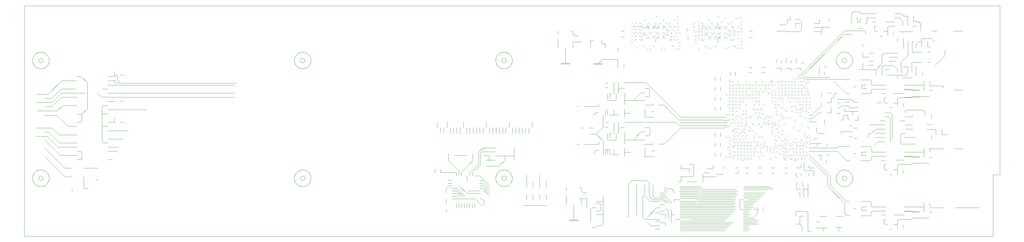
<source format=gtl>
*%FSLAX23Y23*%
*%MOIN*%
G01*
D11*
X15746Y6683D02*
X15828D01*
X15746Y5943D02*
X4096D01*
Y8718D02*
X15828D01*
X15746Y6683D02*
Y5943D01*
X15828Y6683D02*
Y8718D01*
X4096D02*
Y5943D01*
D12*
X13376Y7833D02*
X13844Y8301D01*
Y8262D02*
X13955Y8373D01*
X13959Y8416D02*
X13844Y8301D01*
X13872Y6967D02*
X13986Y6852D01*
X13982Y7660D02*
X13832Y7809D01*
X13533Y6888D02*
X13757Y6663D01*
Y6545D02*
X13962Y6341D01*
X12923Y6384D02*
X12809Y6384D01*
X13415Y7833D02*
X13844Y8262D01*
X13533Y6927D02*
X13789Y6671D01*
Y6557D02*
X13982Y6364D01*
X12576Y6069D02*
X11982D01*
Y6030D02*
X12537D01*
X12517Y6010D02*
X11982D01*
Y6049D02*
X12557D01*
X12596Y6089D02*
X11978D01*
X12742Y6069D02*
X12820D01*
X12801Y6049D02*
X12742D01*
Y6030D02*
X12820D01*
X12801Y6010D02*
X12742D01*
Y6089D02*
X12919D01*
X12576Y6187D02*
X12135D01*
X12120Y6148D02*
X12537D01*
X12557Y6167D02*
X12127D01*
X11982Y6128D02*
X12517D01*
X12616Y6108D02*
X11982D01*
X12742Y6187D02*
X12801D01*
X12029Y6167D02*
X11982D01*
X12029D02*
X12100D01*
X12108Y6187D02*
X11978D01*
X12742Y6148D02*
X12899D01*
Y6108D02*
X12742D01*
Y6128D02*
X12919D01*
X12616Y6226D02*
X12151D01*
X12175Y6286D02*
X12635D01*
Y6246D02*
X12159D01*
X12143Y6207D02*
X12596D01*
X11738Y6226D02*
X11683D01*
X12742D02*
X12801D01*
X12820Y6246D02*
X12742D01*
Y6207D02*
X12820D01*
X11832Y6266D02*
X11805D01*
X14557Y6199D02*
X14679D01*
X14021Y6195D02*
X13986D01*
X12116Y6207D02*
X11982D01*
Y6246D02*
X12131D01*
X12147Y6286D02*
X11982D01*
Y6266D02*
X12139D01*
X12124Y6226D02*
X11982D01*
X12167Y6266D02*
X12655D01*
Y6384D02*
X12214D01*
X12206Y6364D02*
X12635D01*
Y6325D02*
X12190D01*
X11852Y6352D02*
X11813D01*
X11781Y6384D02*
X11742D01*
X12746Y6305D02*
X12813D01*
X12805Y6325D02*
X12746D01*
Y6345D02*
X12797D01*
X12789Y6364D02*
X12746D01*
X13982D02*
X14021D01*
X12163Y6325D02*
X11982D01*
Y6364D02*
X12179D01*
X12171Y6345D02*
X11978D01*
X11982Y6305D02*
X12155D01*
X12183D02*
X12655D01*
Y6345D02*
X12198D01*
X12832Y6325D02*
X12864D01*
X12883Y6345D02*
X12824D01*
X12816Y6364D02*
X12903D01*
X12635Y6404D02*
X12222D01*
X12253Y6482D02*
X12675D01*
X12092D02*
X11974D01*
X11978Y6463D02*
X12084D01*
X12076Y6443D02*
X11978D01*
X11982Y6423D02*
X12068D01*
X12061Y6404D02*
X11982D01*
X12061D02*
X12167D01*
X12175Y6423D02*
X12068D01*
X12076Y6443D02*
X12183D01*
X12190Y6463D02*
X12084D01*
X12092Y6482D02*
X12198D01*
X12238Y6443D02*
X12675D01*
X12655Y6423D02*
X12230D01*
X12246Y6463D02*
X12655D01*
X12746Y6404D02*
X12942D01*
X12962Y6423D02*
X12746D01*
Y6443D02*
X12982D01*
X13002Y6463D02*
X12746D01*
X12116Y6541D02*
X11982D01*
X11978Y6522D02*
X12108D01*
X12100Y6502D02*
X11982D01*
X12100D02*
X12206D01*
X12214Y6522D02*
X12108D01*
X12116Y6541D02*
X12222D01*
X12746Y6522D02*
X12789D01*
X12801Y6541D02*
X12746D01*
X12655Y6502D02*
X12261D01*
X12746D02*
X13041D01*
X13049Y6522D02*
X12789D01*
X12801Y6541D02*
X13057D01*
X14580Y6860D02*
X14679D01*
X14025Y6852D02*
X13986D01*
X13872Y6967D02*
X13533D01*
Y7006D02*
X13872D01*
X13891Y7026D02*
X14021D01*
X14068Y7124D02*
X14108D01*
X14360Y7081D02*
X14446D01*
X14112Y7246D02*
X14068D01*
X13576Y7360D02*
X13533D01*
X13580Y7321D02*
X13596D01*
X13624D01*
X13580D02*
X13533D01*
X13919Y7345D02*
X13942D01*
X13683Y7431D02*
X13647D01*
X13565Y7400D02*
X13533D01*
X13962Y7447D02*
X14124D01*
X13801Y7431D02*
X13753D01*
X14446D02*
X14509D01*
X14494Y7384D02*
X14442D01*
X13911Y7419D02*
X13872D01*
X13990Y7400D02*
X14002D01*
X13990D02*
X13950D01*
X13990D02*
X13998D01*
X14080Y7553D02*
X14124D01*
X14061Y7486D02*
X14017D01*
X14009Y7514D02*
X13919D01*
X13958Y7557D02*
X14017D01*
X13801Y7549D02*
X13753D01*
X13872D02*
X13911D01*
X13895Y7490D02*
X13872D01*
X13887Y7589D02*
X14045D01*
X13824Y7608D02*
X13801D01*
X13982Y7660D02*
X14021D01*
X14549Y7663D02*
X14683D01*
X13872Y7667D02*
X13844D01*
X13801D02*
X13753D01*
X13643Y7833D02*
X13494D01*
X13643D02*
X13820D01*
X14021D01*
X13785Y7856D02*
X13478D01*
X13955Y8373D02*
X14044D01*
X13959Y8416D02*
X14204D01*
X12277Y8474D02*
X12238D01*
X14454Y8522D02*
X14565D01*
X9257Y7250D02*
Y7179D01*
X9297D02*
Y7250D01*
X9336D02*
Y7179D01*
X9415Y7179D02*
Y7250D01*
X9454D02*
Y7179D01*
X9494D02*
Y7250D01*
X9533Y7254D02*
Y7179D01*
X9572Y7179D02*
Y7250D01*
X9612D02*
Y7179D01*
X9690D02*
Y7250D01*
X9730D02*
Y7179D01*
X9769Y7179D02*
Y7254D01*
X9809D02*
Y7179D01*
X9848D02*
Y7250D01*
X9887Y7254D02*
Y7179D01*
X9966D02*
Y7250D01*
X10005D02*
Y7179D01*
X10045D02*
Y7250D01*
X10084D02*
Y7179D01*
X10124Y7179D02*
Y7250D01*
X10163D02*
Y7179D01*
X11395Y8498D02*
X11415Y8518D01*
Y8321D02*
X11395Y8301D01*
X11415Y8282D02*
X11395Y8262D01*
Y8341D02*
X11415Y8360D01*
X11395Y8419D02*
X11415Y8439D01*
X11454Y8360D02*
X11435Y8341D01*
X11435Y8498D02*
X11454Y8518D01*
X11415Y8400D02*
X11435Y8380D01*
X11474Y8459D02*
X11454Y8478D01*
X11454Y8400D02*
X11474Y8380D01*
Y8223D02*
X11454Y8203D01*
X11435Y8301D02*
X11454Y8321D01*
X11435Y8459D02*
X11415Y8478D01*
X11454Y8439D02*
X11435Y8419D01*
X11592Y8498D02*
X11612Y8518D01*
X11572Y8557D02*
X11553Y8537D01*
X11572Y8203D02*
X11592Y8183D01*
X11513Y8341D02*
X11494Y8360D01*
X11533Y8242D02*
X11553Y8223D01*
X11513Y8419D02*
X11494Y8439D01*
Y8400D02*
X11513Y8380D01*
Y8498D02*
X11494Y8518D01*
X11612Y8203D02*
X11631Y8183D01*
X11671Y8223D02*
X11651Y8242D01*
X11840Y6258D02*
Y6152D01*
X11805Y6163D02*
Y6207D01*
Y6108D02*
Y6065D01*
X11789Y8537D02*
X11769Y8557D01*
X11730Y8518D02*
X11750Y8498D01*
X11710Y8577D02*
X11690Y8597D01*
X11781Y6384D02*
X11813Y6352D01*
X11789Y8183D02*
X11809Y8203D01*
X11769D02*
X11750Y8183D01*
X11832Y6266D02*
X11840Y6258D01*
X11828Y8498D02*
X11809Y8518D01*
X11848D02*
X11868Y8498D01*
X11887Y8360D02*
X11868Y8341D01*
Y8380D02*
X11887Y8400D01*
X11946Y8577D02*
X11966Y8597D01*
X11927Y8557D02*
X11907Y8537D01*
X11966Y8282D02*
X11986Y8262D01*
X11966Y8242D02*
X11986Y8223D01*
X11966Y8203D02*
X11986Y8183D01*
X11946D02*
X11927Y8203D01*
X11907Y8223D02*
X11887Y8242D01*
X11907Y8419D02*
X11887Y8439D01*
X11966Y8400D02*
X11986Y8380D01*
X11927Y8360D02*
X11907Y8341D01*
X11927Y8321D02*
X11907Y8301D01*
X11946D02*
X11966Y8321D01*
X11946Y8537D02*
X11966Y8557D01*
Y8518D02*
X11946Y8498D01*
X11927Y8478D02*
X11907Y8459D01*
X11946Y8419D02*
X11966Y8439D01*
X11927Y8400D02*
X11946Y8380D01*
Y8459D02*
X11966Y8478D01*
X12159Y8396D02*
X12179Y8415D01*
X12159Y8356D02*
X12179Y8337D01*
X12159Y8317D02*
X12179Y8297D01*
X12159Y8278D02*
X12179Y8258D01*
X12100Y6167D02*
X12120Y6148D01*
X12127Y6167D02*
X12108Y6187D01*
X12159Y6246D02*
X12139Y6266D01*
X12131Y6246D02*
X12151Y6226D01*
X12183Y6305D02*
X12163Y6325D01*
X12198Y6345D02*
X12179Y6364D01*
X12206D02*
X12167Y6404D01*
X12175Y6423D02*
X12214Y6384D01*
X12222Y6404D02*
X12183Y6443D01*
X12190Y6463D02*
X12230Y6423D01*
X12139Y8494D02*
X12159Y8514D01*
Y8435D02*
X12139Y8415D01*
Y8455D02*
X12159Y8474D01*
X12116Y6207D02*
X12135Y6187D01*
X12143Y6207D02*
X12124Y6226D01*
X12167Y6266D02*
X12147Y6286D01*
X12190Y6325D02*
X12171Y6345D01*
X12155Y6305D02*
X12175Y6286D01*
X12198Y8514D02*
X12218Y8534D01*
X12257Y8415D02*
X12238Y8396D01*
X12218Y8337D02*
X12198Y8317D01*
Y8356D02*
X12218Y8376D01*
X12198Y8435D02*
X12218Y8455D01*
X12198Y8474D02*
X12218Y8494D01*
Y8415D02*
X12198Y8396D01*
Y8199D02*
X12218Y8179D01*
X12198Y6482D02*
X12238Y6443D01*
X12246Y6463D02*
X12206Y6502D01*
X12214Y6522D02*
X12253Y6482D01*
X12261Y6502D02*
X12222Y6541D01*
X12257Y8494D02*
X12238Y8514D01*
X12257Y8376D02*
X12238Y8356D01*
Y8435D02*
X12257Y8455D01*
X12356Y8514D02*
X12376Y8494D01*
X12336Y8219D02*
X12316Y8199D01*
X12356D02*
X12376Y8219D01*
X12297D02*
X12277Y8238D01*
X12336Y8534D02*
X12316Y8553D01*
X12395Y8238D02*
X12415Y8219D01*
X12454Y8573D02*
X12435Y8593D01*
X12494Y8534D02*
X12474Y8514D01*
X12553D02*
X12572Y8494D01*
X12533Y8219D02*
X12513Y8199D01*
X12553D02*
X12572Y8219D01*
X12513Y8553D02*
X12533Y8573D01*
X12667Y7203D02*
X12647Y7183D01*
X12627Y7124D02*
X12608Y7104D01*
X12631Y8396D02*
X12651Y8415D01*
X12667Y7400D02*
X12647Y7380D01*
X12667Y7360D02*
X12647Y7341D01*
X12627Y7754D02*
X12608Y7774D01*
X12627Y6927D02*
X12647Y6908D01*
Y6947D02*
X12627Y6967D01*
X12647Y7026D02*
X12627Y7045D01*
X12647Y7065D02*
X12627Y7085D01*
X12647Y7144D02*
X12627Y7163D01*
X12647Y7223D02*
X12627Y7242D01*
Y7715D02*
X12608Y7734D01*
X12608Y7695D02*
X12627Y7675D01*
X12608Y7656D02*
X12627Y7636D01*
X12647Y7616D02*
X12667Y7597D01*
X12627Y7557D02*
X12608Y7577D01*
Y7537D02*
X12627Y7518D01*
X12608Y7498D02*
X12627Y7478D01*
X12608Y7459D02*
X12627Y7439D01*
X12667Y7715D02*
X12647Y7734D01*
Y7656D02*
X12667Y7636D01*
X12647Y7577D02*
X12667Y7557D01*
X12647Y7537D02*
X12667Y7518D01*
X12647Y7459D02*
X12667Y7439D01*
Y7754D02*
X12647Y7774D01*
X12671Y8553D02*
X12651Y8573D01*
X12667Y7124D02*
X12647Y7104D01*
X12631Y8356D02*
X12651Y8376D01*
X12592Y8514D02*
X12612Y8534D01*
X12627Y7360D02*
X12608Y7341D01*
X12612Y8415D02*
X12631Y8435D01*
Y8238D02*
X12651Y8219D01*
X12627Y7321D02*
X12647Y7301D01*
X12690Y8573D02*
X12710Y8593D01*
X12785Y7163D02*
X12765Y7144D01*
X12746Y7163D02*
X12726Y7144D01*
X12746Y7124D02*
X12726Y7104D01*
X12710Y8553D02*
X12730Y8573D01*
X12730Y8337D02*
X12710Y8317D01*
X12730Y8297D02*
X12710Y8278D01*
X12730Y8258D02*
X12710Y8238D01*
Y8435D02*
X12730Y8455D01*
X12710Y8474D02*
X12730Y8494D01*
X12706Y7400D02*
X12687Y7380D01*
X12671Y8356D02*
X12690Y8376D01*
Y8337D02*
X12671Y8317D01*
X12746Y7360D02*
X12726Y7341D01*
X12746Y7675D02*
X12726Y7695D01*
X12746Y7203D02*
X12765Y7183D01*
X12746Y7203D02*
X12726Y7223D01*
X12785Y7282D02*
X12765Y7301D01*
X12746Y6927D02*
X12765Y6908D01*
X12726Y6908D02*
X12706Y6927D01*
X12687Y6908D02*
X12667Y6927D01*
X12687Y6947D02*
X12667Y6967D01*
X12687Y6986D02*
X12667Y7006D01*
X12706D02*
X12726Y6986D01*
X12746Y6967D02*
X12765Y6947D01*
X12687Y7026D02*
X12667Y7045D01*
X12746Y7006D02*
X12765Y6986D01*
X12726Y7262D02*
X12706Y7282D01*
Y7085D02*
X12726Y7065D01*
X12687Y7144D02*
X12667Y7163D01*
X12706Y7203D02*
X12726Y7183D01*
X12687Y7223D02*
X12667Y7242D01*
X12746Y7282D02*
X12765Y7262D01*
X12706Y7045D02*
X12726Y7026D01*
X12765Y7065D02*
X12746Y7085D01*
X12785Y7754D02*
X12765Y7774D01*
X12746Y7754D02*
X12726Y7774D01*
X12690Y7734D02*
X12706Y7719D01*
X12765Y7695D02*
X12785Y7675D01*
X12746Y7715D02*
X12726Y7734D01*
X12687Y7695D02*
X12706Y7675D01*
X12687Y7616D02*
X12706Y7597D01*
X12687Y7498D02*
X12706Y7478D01*
X12785Y7636D02*
X12765Y7656D01*
X12726Y7616D02*
X12746Y7597D01*
X12706Y7636D02*
X12687Y7656D01*
X12765Y7616D02*
X12785Y7597D01*
X12746Y7557D02*
X12726Y7577D01*
X12687Y7537D02*
X12706Y7518D01*
X12726Y7419D02*
X12746Y7400D01*
X12765Y7380D02*
X12785Y7360D01*
Y7400D02*
X12765Y7419D01*
X12690Y8455D02*
X12671Y8474D01*
X12765Y7459D02*
X12785Y7439D01*
X12706Y7321D02*
X12726Y7301D01*
X12687D02*
X12667Y7321D01*
X12706Y7124D02*
X12687Y7104D01*
X12710Y8199D02*
X12730Y8219D01*
X12710Y8396D02*
X12730Y8415D01*
X12690D02*
X12671Y8396D01*
X12690Y8219D02*
X12671Y8199D01*
X12710Y8514D02*
X12730Y8534D01*
X12832Y6325D02*
X12813Y6305D01*
X12797Y6345D02*
X12816Y6364D01*
X12809Y6384D02*
X12789Y6364D01*
X12805Y7065D02*
X12785Y7085D01*
X12824Y6927D02*
X12844Y6908D01*
X12805Y6947D02*
X12785Y6967D01*
X12805Y6986D02*
X12785Y7006D01*
X12824Y7045D02*
X12844Y7026D01*
Y7065D02*
X12824Y7085D01*
Y6967D02*
X12844Y6947D01*
X12864Y7754D02*
X12844Y7774D01*
X12824Y7754D02*
X12805Y7774D01*
X12844Y7734D02*
X12864Y7715D01*
X12824D02*
X12805Y7734D01*
X12844Y7656D02*
X12864Y7636D01*
X12805Y7380D02*
X12824Y7360D01*
X12805Y7262D02*
X12824Y7242D01*
Y6345D02*
X12805Y6325D01*
X12883Y7419D02*
X12903Y7439D01*
X12942Y7715D02*
X12962Y7734D01*
X12864Y6927D02*
X12883Y6908D01*
X12883Y6947D02*
X12864Y6967D01*
X12923Y7026D02*
X12903Y7045D01*
X12942Y6967D02*
X12962Y6947D01*
X12883Y6986D02*
X12864Y7006D01*
X12923Y7065D02*
X12903Y7085D01*
X12942Y7006D02*
X12962Y6986D01*
X12982Y7754D02*
X12962Y7774D01*
X12942Y7754D02*
X12923Y7774D01*
X12883Y7734D02*
X12903Y7715D01*
X12962Y7695D02*
X12982Y7675D01*
X12903D02*
X12883Y7695D01*
Y7656D02*
X12903Y7636D01*
X12923Y7577D02*
X12942Y7557D01*
X12923Y7537D02*
X12942Y7518D01*
X12903Y7597D02*
X12883Y7616D01*
X12903Y7478D02*
X12923Y7459D01*
X12942Y7478D02*
X12962Y7459D01*
X13021Y7675D02*
X13041Y7695D01*
X12982Y7045D02*
X13002Y7026D01*
Y7065D02*
X12982Y7085D01*
X13061Y7754D02*
X13041Y7774D01*
X13021Y7754D02*
X13002Y7774D01*
Y7734D02*
X13021Y7715D01*
X13041Y7734D02*
X13061Y7715D01*
X12982Y7360D02*
X13002Y7341D01*
X13049Y6522D02*
X13068Y6502D01*
X13120Y7144D02*
X13139Y7163D01*
Y7124D02*
X13120Y7104D01*
X13179Y7045D02*
X13159Y7026D01*
X13080Y7301D02*
X13100Y7321D01*
X13139Y7282D02*
X13120Y7262D01*
X13159D02*
X13179Y7282D01*
Y7203D02*
X13159Y7183D01*
X13061Y7006D02*
X13080Y6986D01*
X13061Y6967D02*
X13080Y6947D01*
X13120Y6986D02*
X13100Y7006D01*
X13139Y6967D02*
X13159Y6947D01*
X13100Y7675D02*
X13080Y7695D01*
X13120D02*
X13139Y7675D01*
X13179Y7754D02*
X13159Y7774D01*
X13080Y7656D02*
X13100Y7636D01*
X13120Y7616D02*
X13139Y7597D01*
X13179Y7636D02*
X13159Y7656D01*
Y7616D02*
X13179Y7597D01*
X13120Y7537D02*
X13139Y7518D01*
X13120Y7498D02*
X13139Y7478D01*
X13057Y6541D02*
X13096Y6502D01*
X13218Y7360D02*
X13238Y7380D01*
X13257Y7124D02*
X13238Y7104D01*
X13218Y7045D02*
X13198Y7026D01*
X13238Y6986D02*
X13257Y7006D01*
X13218Y6927D02*
X13238Y6908D01*
X13198Y6986D02*
X13179Y7006D01*
X13218Y6967D02*
X13238Y6947D01*
X13218Y7754D02*
X13198Y7774D01*
X13238D02*
X13257Y7754D01*
X13218Y7715D02*
X13198Y7734D01*
X13238D02*
X13257Y7715D01*
X13218Y7675D02*
X13198Y7695D01*
X13238Y7656D02*
X13257Y7636D01*
X13198Y7419D02*
X13179Y7400D01*
X13257Y7360D02*
X13277Y7380D01*
X13297Y7085D02*
X13277Y7065D01*
X13297Y7045D02*
X13316Y7026D01*
X13356Y7065D02*
X13336Y7085D01*
Y6927D02*
X13356Y6908D01*
X13316D02*
X13297Y6927D01*
X13277Y6908D02*
X13257Y6927D01*
X13277Y6947D02*
X13257Y6967D01*
X13297Y7006D02*
X13316Y6986D01*
X13336Y6967D02*
X13356Y6947D01*
Y6986D02*
X13336Y7006D01*
X13297Y7715D02*
X13277Y7734D01*
X13316Y7774D02*
X13336Y7754D01*
X13356Y7774D02*
X13376Y7754D01*
X13297Y7675D02*
X13277Y7695D01*
X13316Y7734D02*
X13336Y7715D01*
X13356Y7695D02*
X13376Y7675D01*
X13297Y7597D02*
X13277Y7616D01*
X13316D02*
X13336Y7597D01*
X13356Y7616D02*
X13376Y7597D01*
Y7636D02*
X13356Y7656D01*
X13277Y7459D02*
X13257Y7439D01*
X13376Y7557D02*
X13395Y7577D01*
X13415Y7557D02*
X13435Y7577D01*
Y7537D02*
X13415Y7518D01*
X13376Y7439D02*
X13395Y7419D01*
X13415Y7085D02*
X13435Y7065D01*
X13395Y7065D02*
X13376Y7085D01*
X13435Y7419D02*
X13415Y7439D01*
Y6927D02*
X13435Y6908D01*
X13395Y6947D02*
X13376Y6967D01*
X13395Y6986D02*
X13376Y7006D01*
X13415Y6967D02*
X13435Y6947D01*
X13395Y7026D02*
X13376Y7045D01*
X13415Y7754D02*
X13395Y7774D01*
X13435D02*
X13454Y7754D01*
X13435Y7734D02*
X13454Y7715D01*
X13415D02*
X13395Y7734D01*
Y7695D02*
X13415Y7675D01*
X13376Y7478D02*
X13395Y7459D01*
X13415Y7478D02*
X13435Y7459D01*
X13415Y7636D02*
X13395Y7656D01*
X13435D02*
X13454Y7636D01*
X13415Y7045D02*
X13435Y7026D01*
X13565Y7400D02*
X13643Y7478D01*
X13553Y7144D02*
X13533Y7124D01*
X13553Y7104D02*
X13533Y7085D01*
Y7597D02*
X13553Y7616D01*
X13513D02*
X13494Y7597D01*
X13533Y7557D02*
X13553Y7577D01*
Y7537D02*
X13533Y7518D01*
X13553Y7498D02*
X13533Y7478D01*
X13454Y7597D02*
X13474Y7616D01*
X13474Y7577D02*
X13454Y7557D01*
X13494Y7518D02*
X13513Y7537D01*
X13513Y7498D02*
X13494Y7478D01*
X13513Y7459D02*
X13494Y7439D01*
X13454Y7833D02*
X13478Y7856D01*
X13474Y7537D02*
X13454Y7518D01*
Y6927D02*
X13474Y6908D01*
Y6947D02*
X13454Y6967D01*
X13474Y6986D02*
X13454Y7006D01*
X13494Y7636D02*
X13474Y7656D01*
X13454Y7045D02*
X13474Y7026D01*
X13454Y7439D02*
X13474Y7459D01*
X13576Y7360D02*
X13647Y7431D01*
X13683Y7518D02*
Y7549D01*
Y7628D02*
Y7671D01*
X13757Y6663D02*
Y6545D01*
X13801Y7431D02*
Y7490D01*
Y7549D02*
Y7608D01*
X13836Y7620D02*
Y7660D01*
X13789Y6671D02*
Y6557D01*
X13643Y7478D02*
X13683Y7518D01*
X13824Y7608D02*
X13836Y7620D01*
Y7660D02*
X13844Y7667D01*
X13872Y7431D02*
Y7419D01*
X13942Y7392D02*
Y7345D01*
X13962Y6341D02*
Y6219D01*
X13998Y7360D02*
Y7400D01*
X14021Y7829D02*
Y7833D01*
X13950Y7400D02*
X13942Y7392D01*
X13891Y7026D02*
X13872Y7006D01*
X13887Y7589D02*
X13872Y7604D01*
X13919Y7514D02*
X13895Y7490D01*
X14009Y7514D02*
X14017Y7506D01*
X13958Y7451D02*
X13962Y7447D01*
Y6219D02*
X13986Y6195D01*
X14013Y7345D02*
X13998Y7360D01*
X14017Y7486D02*
X14017Y7506D01*
X13958Y7486D02*
X13958Y7451D01*
X14013Y7274D02*
X14053Y7274D01*
X14061Y7400D02*
Y7447D01*
X14214Y8373D02*
Y8407D01*
X14045Y7589D02*
X14080Y7553D01*
X14072Y7498D02*
X14061Y7486D01*
X14214Y8407D02*
X14204Y8416D01*
X14360Y7081D02*
X14324Y7045D01*
X14533Y7124D02*
Y7408D01*
X14509Y7368D02*
Y7085D01*
X14533Y7408D02*
X14509Y7431D01*
X14494Y7384D02*
X14509Y7368D01*
D14*
X11699Y6286D02*
X11582Y6168D01*
X9561Y6813D02*
X9450Y6703D01*
X4546Y7818D02*
X4381Y7653D01*
X4426Y7603D02*
X4541Y7718D01*
Y7618D02*
X4426Y7503D01*
Y7553D02*
X4541Y7668D01*
X11793Y7053D02*
X11986Y7246D01*
X15041Y7990D02*
X15167Y8116D01*
X9690Y6557D02*
X9576Y6671D01*
X4621Y7268D02*
X4491Y7398D01*
X4391Y7198D02*
X4521Y7068D01*
X4501Y7018D02*
X4371Y7148D01*
X4341Y7103D02*
X4526Y6918D01*
X11572Y7793D02*
X11990Y7376D01*
X11966Y7345D02*
X11836Y7474D01*
X14895Y8325D02*
X15002Y8325D01*
X14809Y7053D02*
X14646Y7053D01*
X11740Y6030D02*
X11685D01*
X11630Y6069D02*
X11740D01*
X11036D02*
X10973D01*
X14446Y6083D02*
X14476D01*
X14546D02*
X14596D01*
X10972Y6049D02*
X10917D01*
X11552Y6148D02*
X11740D01*
X11738Y6108D02*
X11801D01*
X14436Y6148D02*
X14456D01*
X14856Y6163D02*
X14976D01*
X13659Y6116D02*
X13620D01*
X11740Y6128D02*
X11699D01*
X11939Y6148D02*
X11978D01*
X12746Y6167D02*
X12864D01*
X14166Y6258D02*
X14216D01*
X10973Y6286D02*
X10927D01*
X11699D02*
X11740D01*
X11056Y6207D02*
X10973D01*
X14681Y6243D02*
X14856D01*
X11801Y6207D02*
X11742D01*
X11738Y6246D02*
X11793D01*
X11876Y6203D02*
X11915D01*
X13383Y6242D02*
X13509D01*
X11011Y6246D02*
X10972D01*
X12706Y6266D02*
X12801D01*
X12820Y6286D02*
X12750D01*
X12805Y6270D02*
X12844D01*
X12887Y6266D02*
X12915D01*
X4511Y7163D02*
X4426Y7248D01*
X14166Y6298D02*
X14216D01*
X11056Y6364D02*
X10973D01*
X10214Y6313D02*
X10092D01*
X11651Y6384D02*
X11738D01*
X11816Y6372D02*
X11832D01*
X11852Y6352D02*
X11813D01*
X11781Y6384D02*
X11738D01*
Y6364D02*
X11624D01*
X14681Y6298D02*
X14916D01*
X10372Y6313D02*
X10135D01*
X11741Y6325D02*
X11796D01*
X11011Y6345D02*
X10973D01*
X12706Y6384D02*
X12746D01*
X12828Y6293D02*
X12860D01*
X11982Y6384D02*
X11911D01*
X11780Y6463D02*
X11740D01*
X9576Y6459D02*
X9525D01*
X9415D01*
X10816Y6467D02*
X10860D01*
X13407D02*
X13415D01*
X11738Y6404D02*
X11671D01*
X11738Y6423D02*
X11809D01*
X11785Y6404D02*
X11738D01*
X9600Y6396D02*
X9572D01*
X9301Y6423D02*
X9238D01*
Y6392D02*
X9517D01*
X9301Y6459D02*
X9238D01*
X11740Y6443D02*
X11788D01*
X4556Y7518D02*
X4491Y7453D01*
X13470Y6510D02*
X13517D01*
X9238Y6581D02*
X9190D01*
X9206Y6553D02*
X9238D01*
X9568Y6585D02*
X9600D01*
X9600Y6553D02*
X9572D01*
Y6522D02*
X9600D01*
X9301Y6490D02*
X9238D01*
Y6522D02*
X9301D01*
X9427Y6490D02*
X9568D01*
X11823Y6516D02*
X11876D01*
X12257Y6660D02*
X12316D01*
X9238Y6612D02*
X9206D01*
X12065Y6600D02*
X12100D01*
X12179D01*
X9576Y6671D02*
X9513D01*
X9568Y6616D02*
X9600D01*
X11403Y6612D02*
X11580D01*
X12092Y6660D02*
X12135D01*
X4786Y6868D02*
Y6953D01*
X4785Y7329D02*
Y7412D01*
X4771Y6968D02*
X4786Y6953D01*
X4852Y7793D02*
X4777Y7868D01*
X4852Y7478D02*
X4785Y7412D01*
Y7329D02*
X4773Y7317D01*
X14446Y6743D02*
X14476D01*
X9801Y6787D02*
X9760D01*
X9687D01*
Y6786D02*
X9647D01*
X14436Y6808D02*
X14456D01*
X12135Y6809D02*
X12092D01*
X5155Y6868D02*
X5100D01*
X14856Y6823D02*
X14976D01*
X14596Y6743D02*
X14546D01*
X4852Y7478D02*
Y7793D01*
X5031Y7418D02*
Y7413D01*
Y7263D01*
Y7508D01*
Y7263D02*
Y7078D01*
Y7508D02*
X5041Y7518D01*
X5031Y7078D02*
X5041Y7068D01*
X5021Y7620D02*
X4974Y7667D01*
X14166Y6918D02*
X14216D01*
Y6958D02*
X14166D01*
X9761Y6959D02*
X9592D01*
X4771Y6968D02*
X4726D01*
X4731Y6918D02*
X4526D01*
X11315Y6952D02*
X11385D01*
X9986Y6909D02*
X9761D01*
X9687Y6912D02*
X9627D01*
X9342Y6918D02*
X9267D01*
X9342D02*
X9417D01*
X5214Y6967D02*
X5096D01*
X14681Y6903D02*
X14856D01*
X14916Y6958D02*
X14681D01*
X9762Y7008D02*
X9627D01*
X5101Y7068D02*
X5041D01*
X4731D02*
X4521D01*
X4501Y7018D02*
X4731D01*
X11553Y7051D02*
X11655D01*
X11722Y7053D02*
X11753D01*
X5226Y7018D02*
X5100D01*
X11753Y7053D02*
X11793D01*
X5100Y7758D02*
Y7762D01*
X5216Y7818D02*
Y7873D01*
X5183Y7825D02*
Y7797D01*
X5216Y7873D02*
X5206Y7883D01*
X5216Y7818D02*
X5226Y7808D01*
X5194Y7786D02*
X5183Y7797D01*
X14013Y7148D02*
X14053D01*
X4731Y7163D02*
X4511D01*
X4371Y7148D02*
X4241D01*
X11559Y7152D02*
X11609D01*
X5226Y7112D02*
X5100D01*
X5226D02*
X5281D01*
X15131Y7168D02*
X15196D01*
X10942Y7174D02*
X10902D01*
X10887Y7246D02*
X10942D01*
X10816D02*
X10785D01*
X11986D02*
X12513D01*
X13919Y7203D02*
X14013D01*
X14053D01*
X14336Y7234D02*
X14446D01*
X14281Y7179D02*
X14253D01*
X14246D01*
X12568Y7262D02*
X12529D01*
X14951Y7228D02*
X15061D01*
X14781Y7233D02*
X14691D01*
X4731Y7268D02*
X4621D01*
X4426Y7248D02*
X4241D01*
X4341Y7198D02*
X4391D01*
X5031Y7266D02*
X5099D01*
X14646Y7183D02*
X14691D01*
X13718Y7179D02*
X13651D01*
X11609Y7252D02*
X11559D01*
X5265Y7215D02*
X5100D01*
X5265D02*
X5344D01*
X11265Y7254D02*
X11313D01*
X10974Y7175D02*
X10942D01*
X14328Y7183D02*
X14446D01*
X12509Y7278D02*
X12498D01*
X12513Y7341D02*
X12568D01*
X12549Y7282D02*
X12513D01*
X14391Y7333D02*
X14446D01*
X14124Y7341D02*
X14084D01*
X14951Y7288D02*
X15006D01*
X14781Y7283D02*
X14691D01*
Y7333D02*
X14626D01*
X14446Y7286D02*
X14261D01*
X4773Y7317D02*
X4726D01*
X11966Y7278D02*
X12498D01*
X11927Y7317D02*
X11309D01*
X11966Y7345D02*
X12509D01*
X5101Y7418D02*
X5031D01*
X4491Y7453D02*
X4246D01*
X4341Y7398D02*
X4491D01*
X14691Y7383D02*
X14781D01*
X14701Y7463D02*
X14906D01*
X11379Y7425D02*
X11315D01*
X11990Y7376D02*
X12533D01*
X11655Y7523D02*
X11561D01*
X5344Y7467D02*
X5210D01*
X5100D01*
X14072Y7498D02*
X14124D01*
X14446Y7548D02*
X14476D01*
X5101Y7518D02*
X5041D01*
X4426Y7503D02*
X4346D01*
X4556Y7518D02*
X4726D01*
X4426Y7553D02*
X4241D01*
X14348Y7549D02*
X14403D01*
X5557Y7467D02*
X5344D01*
X11722Y7522D02*
X11789D01*
X11604Y7624D02*
X11557D01*
X14681Y7618D02*
X14856D01*
X14456Y7613D02*
X14436D01*
X4381Y7653D02*
X4246D01*
X4346Y7603D02*
X4426D01*
X4541Y7618D02*
X4726D01*
X5100Y7616D02*
X6624D01*
X5100Y7620D02*
X5021D01*
X11116Y7577D02*
X11206D01*
X14546Y7548D02*
X14596D01*
X14856Y7628D02*
X14976D01*
X14216Y7723D02*
X14166D01*
X11604Y7723D02*
X11557D01*
X14986Y7753D02*
X15146D01*
X15281Y7703D02*
X15381D01*
X14456Y7713D02*
X14286D01*
X4721Y7718D02*
X4541D01*
Y7668D02*
X4726D01*
X5096Y7667D02*
X6624D01*
X4828D02*
X4722D01*
X5036Y7718D02*
X5101D01*
X11261Y7726D02*
X11313D01*
X14166Y7763D02*
X14216D01*
X6624Y7762D02*
X5100D01*
X14286Y7763D02*
X14456D01*
X5251Y7808D02*
X5226D01*
X4721Y7818D02*
X4546D01*
X5194Y7786D02*
X6643D01*
X5183Y7817D02*
X5100D01*
X11309Y7793D02*
X11572D01*
X14714Y7849D02*
X14773D01*
X14714D02*
X14655D01*
X14681Y7763D02*
X14916D01*
X14856Y7708D02*
X14681D01*
X5296Y7883D02*
X5251D01*
X5206D02*
X5181D01*
X4777Y7868D02*
X4726D01*
X14714Y7919D02*
X14722D01*
X14655D02*
X14639D01*
X14596Y7884D02*
X14706D01*
X14305Y7951D02*
X14257D01*
X14442D02*
X14498D01*
X14340D02*
X14305D01*
X14474Y7884D02*
X14596D01*
X14257Y7951D02*
X14179D01*
X14131D01*
X14671Y7982D02*
X14718D01*
X14777Y8037D02*
X14887D01*
X14958D02*
X14994D01*
X14553Y7998D02*
X14498D01*
X14309Y8002D02*
X14253D01*
X14427Y7998D02*
X14498D01*
X14494Y8049D02*
X14576D01*
X14309D02*
X14253D01*
Y8100D02*
X14179D01*
X14498D02*
X14553D01*
X14309Y8148D02*
X14253D01*
X14435D02*
X14596D01*
Y8100D02*
X14553D01*
X14958Y8223D02*
X14994D01*
Y8160D02*
X14958D01*
X14891D02*
X14781D01*
X12852Y8337D02*
X12816D01*
X11309Y8345D02*
X11269D01*
X14852Y8286D02*
X14887D01*
X14722D02*
X14718D01*
X14773D02*
X14789D01*
X14358Y8409D02*
X14328D01*
X13419Y8408D02*
X13368D01*
X12852Y8415D02*
X12813D01*
X11309D02*
X11269D01*
X10761Y8352D02*
X10718D01*
X14428Y8409D02*
X14478D01*
X14659Y8406D02*
X14779D01*
X13777Y8459D02*
X13592D01*
X14318Y8474D02*
X14338D01*
X13246Y8490D02*
X13183D01*
X14116Y8519D02*
X14128D01*
X14145D01*
X13415Y8557D02*
X13368D01*
X9171Y6262D02*
Y6226D01*
Y6333D02*
Y6392D01*
Y6471D02*
Y6518D01*
X9218Y7179D02*
Y7250D01*
X9197Y6938D02*
Y6853D01*
X9324Y6337D02*
Y6286D01*
X9322Y6673D02*
Y6728D01*
X9293Y6337D02*
Y6286D01*
X9171Y6518D02*
X9206Y6553D01*
X9322Y6728D02*
X9242Y6808D01*
X9197Y6853D01*
X9190Y6628D02*
X9206Y6612D01*
X9320Y6553D02*
X9415Y6459D01*
X9336Y6423D02*
X9301Y6459D01*
Y6490D02*
X9368Y6423D01*
X9399D02*
X9301Y6522D01*
X9450Y6675D02*
Y6703D01*
Y6337D02*
Y6286D01*
X9419D02*
Y6313D01*
Y6337D01*
X9356D02*
Y6286D01*
X9387D02*
Y6337D01*
X9352Y6673D02*
Y6718D01*
X9419Y6671D02*
Y6604D01*
X9482Y6671D02*
Y6703D01*
X9513Y6337D02*
Y6286D01*
X9482Y6286D02*
Y6337D01*
X9487Y6853D02*
Y6938D01*
Y6853D02*
X9442Y6808D01*
X9352Y6718D01*
X9482Y6703D02*
X9580Y6801D01*
X9517Y6392D02*
X9596Y6313D01*
X9561Y6813D02*
Y6963D01*
X9580Y6947D02*
Y6801D01*
X9627Y6993D02*
Y7008D01*
X9606Y7009D02*
Y6994D01*
X9627Y6923D02*
Y6912D01*
X9624Y6372D02*
Y6313D01*
X9687Y6856D02*
Y6904D01*
Y6912D01*
X9592Y6994D02*
X9561Y6963D01*
X9580Y6947D02*
X9592Y6959D01*
X9600Y6553D02*
X9690Y6463D01*
X9690Y6431D02*
X9600Y6522D01*
Y6585D02*
X9690Y6494D01*
X9627Y6994D02*
X9592Y6994D01*
X9600Y6396D02*
X9624Y6372D01*
X9690Y6526D02*
X9600Y6616D01*
X9875Y6860D02*
Y6910D01*
Y6860D02*
X9801Y6787D01*
X9986Y6859D02*
Y7009D01*
X10135Y6443D02*
Y6384D01*
X10214D02*
Y6443D01*
Y6534D02*
Y6600D01*
X10135Y6534D02*
Y6679D01*
X10293Y6443D02*
Y6384D01*
Y6534D02*
Y6679D01*
X10372Y6443D02*
Y6384D01*
X10372Y6534D02*
Y6600D01*
X10718Y8352D02*
X10694Y8376D01*
X10793Y6490D02*
X10816Y6467D01*
X10907Y6266D02*
Y6117D01*
X10950Y6938D02*
Y6959D01*
X10944Y7396D02*
Y7410D01*
X10942Y7175D02*
Y7174D01*
X11056Y6435D02*
Y6089D01*
X11057Y7258D02*
Y7404D01*
X11061Y7089D02*
Y6927D01*
X11029Y6283D02*
Y6264D01*
X10927Y6286D02*
X10907Y6266D01*
X10974Y7175D02*
X11057Y7258D01*
X11029Y6264D02*
X11011Y6246D01*
X10950Y6959D02*
X10969Y6978D01*
X10944Y7410D02*
X10968Y7434D01*
X10974Y7175D02*
X11061Y7089D01*
X11011Y6345D02*
X11029Y6327D01*
X11056Y6089D02*
X11036Y6069D01*
X11029Y6283D02*
X11029Y6327D01*
X11108Y7585D02*
Y7600D01*
Y7124D02*
Y7108D01*
X11214Y7108D02*
Y7179D01*
Y7585D02*
Y7656D01*
X11238Y7317D02*
Y7230D01*
Y7179D01*
Y7660D02*
Y7793D01*
X11214Y7108D02*
X11206Y7100D01*
Y7577D02*
X11214Y7585D01*
X11116Y7577D02*
X11108Y7585D01*
Y7108D02*
X11116Y7100D01*
X11206Y7100D01*
X11238Y7226D02*
X11265Y7254D01*
X11238Y7703D02*
X11261Y7726D01*
X11360Y6569D02*
Y6171D01*
X11305Y7971D02*
Y8010D01*
X11458Y6565D02*
Y6203D01*
X11360Y6569D02*
X11403Y6612D01*
X11532Y6435D02*
Y6167D01*
X11608Y6427D02*
Y6585D01*
X11557Y6561D02*
Y6431D01*
X11655Y7523D02*
Y7539D01*
Y7063D02*
Y7051D01*
X11655Y6561D02*
Y6419D01*
X11616Y7636D02*
Y7711D01*
X11619Y7242D02*
Y7162D01*
X11572Y8321D02*
X11612Y8360D01*
X11513Y8459D02*
X11533Y8478D01*
Y8321D02*
X11513Y8301D01*
X11533Y8439D02*
X11553Y8459D01*
X11572Y8400D02*
X11553Y8380D01*
Y8380D02*
X11533Y8360D01*
X11619Y7162D02*
X11609Y7152D01*
X11592Y8459D02*
X11612Y8478D01*
X11582Y6117D02*
X11630Y6069D01*
X11612Y8439D02*
X11572Y8478D01*
X11592Y8341D02*
X11612Y8321D01*
X11572Y8439D02*
X11553Y8459D01*
Y8380D02*
X11572Y8360D01*
X11553Y8380D02*
X11533Y8400D01*
X11494Y8321D02*
X11513Y8301D01*
X11608Y6427D02*
X11651Y6384D01*
X11608Y6585D02*
X11580Y6612D01*
X11557Y6431D02*
X11624Y6364D01*
X11619Y7242D02*
X11609Y7252D01*
X11513Y8459D02*
X11494Y8478D01*
X11532Y6167D02*
X11552Y6148D01*
X11604Y7624D02*
X11616Y7636D01*
Y7711D02*
X11604Y7723D01*
X11651Y8321D02*
X11690Y8360D01*
X11651Y8439D02*
X11690Y8478D01*
X11651Y8400D02*
X11631Y8380D01*
X11699Y6128D02*
X11685Y6113D01*
X11671Y8341D02*
X11651Y8360D01*
X11671Y8459D02*
X11651Y8478D01*
X11612Y8400D02*
X11631Y8380D01*
X11655Y6419D02*
X11671Y6404D01*
X11800Y6482D02*
Y6545D01*
X11690Y8282D02*
Y8321D01*
Y8478D02*
Y8518D01*
X11872Y6360D02*
Y6333D01*
X11876Y6266D02*
Y6108D01*
X11823Y6478D02*
Y6516D01*
X11800Y6482D02*
X11780Y6463D01*
X11769Y8321D02*
X11789Y8341D01*
X11730Y8360D02*
X11690Y8321D01*
X11769Y8439D02*
X11809Y8478D01*
X11730D02*
X11690Y8439D01*
X11730Y8400D02*
X11710Y8380D01*
X11789D02*
X11809Y8400D01*
X11823Y6478D02*
X11788Y6443D01*
X11809Y8321D02*
X11769Y8360D01*
X11730Y8321D02*
X11710Y8341D01*
X11789Y8459D02*
X11769Y8478D01*
X11730Y8439D02*
X11710Y8459D01*
X11785Y6404D02*
X11816Y6372D01*
X11836Y7474D02*
X11789Y7522D01*
X11710Y8380D02*
X11690Y8400D01*
X11769D02*
X11789Y8380D01*
X11781Y6384D02*
X11813Y6352D01*
X11868Y8459D02*
X11887Y8478D01*
X11848Y8439D02*
X11828Y8419D01*
X11887Y8321D02*
X11868Y8301D01*
X11809Y8360D02*
X11828Y8380D01*
Y8419D02*
X11809Y8439D01*
X11848Y8478D02*
X11868Y8459D01*
X11828Y8419D02*
X11848Y8400D01*
Y8321D02*
X11868Y8301D01*
X11809Y6423D02*
X11872Y6360D01*
X11848Y8360D02*
X11828Y8380D01*
X11876Y6516D02*
X11911Y6480D01*
Y6388D02*
Y6356D01*
Y6459D02*
Y6480D01*
X12076Y8313D02*
Y8345D01*
X12065Y8415D02*
Y8447D01*
X11927Y7317D02*
X11966Y7278D01*
X11939Y6148D02*
X11919Y6128D01*
X12147Y6671D02*
Y6797D01*
X12257Y6683D02*
Y6600D01*
X12147Y6671D02*
X12135Y6660D01*
X12147Y6797D02*
X12135Y6809D01*
X12257Y8297D02*
X12277Y8317D01*
X12257Y8297D02*
X12238Y8317D01*
X12281Y6707D02*
X12257Y6683D01*
X12435Y8278D02*
Y8317D01*
Y8474D02*
Y8514D01*
X12356Y8356D02*
X12316Y8317D01*
X12336Y8455D02*
X12356Y8474D01*
X12297Y8376D02*
X12277Y8356D01*
X12297Y8376D02*
X12316Y8396D01*
X12277Y8435D02*
X12297Y8455D01*
X12376Y8376D02*
X12395Y8396D01*
X12297Y8455D02*
X12277Y8474D01*
X12336Y8337D02*
X12356Y8317D01*
Y8435D02*
X12316Y8474D01*
X12277Y8396D02*
X12297Y8376D01*
Y8376D02*
X12316Y8356D01*
X12356Y8396D02*
X12376Y8376D01*
X12316Y8435D02*
X12297Y8455D01*
X12281Y6707D02*
X12332Y6707D01*
X12395Y8317D02*
X12435Y8356D01*
X12395Y8435D02*
X12435Y8474D01*
X12474Y8356D02*
X12435Y8317D01*
Y8435D02*
X12474Y8474D01*
Y8396D02*
X12454Y8376D01*
X12415Y8337D02*
X12395Y8356D01*
X12415Y8455D02*
X12395Y8474D01*
X12454Y8337D02*
X12474Y8317D01*
Y8435D02*
X12454Y8455D01*
X12435Y8396D02*
X12454Y8376D01*
X12513Y8317D02*
X12533Y8337D01*
X12513Y8435D02*
X12553Y8474D01*
X12513Y7282D02*
X12509Y7278D01*
X12568Y7262D02*
X12588Y7282D01*
X12568Y7341D02*
X12588Y7360D01*
X12553Y8356D02*
X12572Y8376D01*
X12553Y8396D02*
X12533Y8376D01*
X12572Y8415D02*
X12592Y8435D01*
X12513Y8356D02*
X12553Y8317D01*
X12533Y8455D02*
X12513Y8474D01*
X12509Y7345D02*
X12513Y7341D01*
X12592Y8356D02*
X12572Y8376D01*
X12533Y8376D02*
X12513Y8396D01*
X12572Y8415D02*
X12592Y8396D01*
X12572Y8415D02*
X12553Y8435D01*
X12529Y7262D02*
X12513Y7246D01*
X12549Y7360D02*
X12533Y7376D01*
X12612Y8297D02*
X12631Y8317D01*
X12612Y8455D02*
X12631Y8474D01*
X12592Y8317D02*
X12612Y8297D01*
Y8455D02*
X12592Y8474D01*
X12698Y6376D02*
Y6274D01*
Y6376D02*
X12706Y6384D01*
X12698Y6274D02*
X12706Y6266D01*
X12820Y6286D02*
X12828Y6293D01*
X12805Y6270D02*
X12801Y6266D01*
X12915Y6266D02*
Y6250D01*
Y6246D02*
Y6219D01*
Y6246D02*
Y6293D01*
X12982D02*
Y6250D01*
X12915Y6219D02*
X12864Y6167D01*
X12887Y6266D02*
X12860Y6293D01*
X13183Y8482D02*
Y8490D01*
X13246D02*
X13269Y8514D01*
Y8549D01*
X13423Y6459D02*
Y6412D01*
X13383Y6510D02*
Y6597D01*
X13442Y8431D02*
Y8530D01*
X13372Y6230D02*
Y6187D01*
X13419Y8408D02*
X13442Y8431D01*
X13383Y6242D02*
X13372Y6230D01*
X13423Y6459D02*
X13415Y6467D01*
X13423Y6089D02*
X13450Y6061D01*
X13442Y8530D02*
X13415Y8557D01*
X13470Y6534D02*
Y6412D01*
X13454Y6549D02*
Y6597D01*
X13450Y6061D02*
Y6002D01*
X13521Y6187D02*
Y6230D01*
X13624Y7207D02*
Y7250D01*
X13454Y6549D02*
X13470Y6534D01*
X13509Y6242D02*
X13521Y6230D01*
X13651Y7179D02*
X13624Y7207D01*
X13690Y8415D02*
Y8459D01*
X13718Y7345D02*
Y7289D01*
X13777Y8522D02*
Y8530D01*
Y8459D02*
Y8451D01*
Y8522D02*
Y8553D01*
X13919Y7203D02*
Y7179D01*
X14124Y7341D02*
Y7400D01*
X14116Y8519D02*
Y8560D01*
X14145Y8559D02*
Y8519D01*
X14216Y6258D02*
Y6248D01*
X14166Y6258D02*
Y6278D01*
Y6298D01*
X14216D02*
Y6303D01*
X14166Y6918D02*
Y6938D01*
X14216Y6918D02*
Y6908D01*
Y6958D02*
Y6963D01*
X14166Y6958D02*
Y6938D01*
Y7723D02*
Y7743D01*
X14216Y7723D02*
Y7713D01*
Y7763D02*
Y7768D01*
X14166Y7763D02*
Y7743D01*
X14179Y8100D02*
Y8152D01*
Y8030D02*
Y7974D01*
Y8226D02*
Y8258D01*
Y8226D02*
Y8223D01*
Y7974D02*
Y7951D01*
X14145Y8559D02*
X14158Y8572D01*
X14116Y8560D02*
X14101Y8575D01*
X14246Y7179D02*
Y7136D01*
X14286Y6303D02*
Y6298D01*
X14318Y8419D02*
Y8474D01*
X14340Y7951D02*
Y7884D01*
X14411D02*
Y7919D01*
Y8022D02*
Y8124D01*
Y7982D02*
Y7919D01*
X14286Y6963D02*
Y6958D01*
Y7763D02*
Y7768D01*
X14336Y7234D02*
X14281Y7179D01*
X14328Y8409D02*
X14318Y8419D01*
X14411Y8022D02*
X14340Y7951D01*
X14411Y7982D02*
X14427Y7998D01*
X14411Y8124D02*
X14435Y8148D01*
X14446Y7230D02*
Y7226D01*
X14436Y7558D02*
Y7613D01*
Y6148D02*
Y6093D01*
Y6753D02*
Y6808D01*
X14549Y8368D02*
Y8408D01*
X14596Y7884D02*
Y7849D01*
Y7919D02*
Y7955D01*
Y8089D02*
Y8100D01*
X14563Y8569D02*
Y8574D01*
Y8479D02*
Y8474D01*
X14436Y6093D02*
X14446Y6083D01*
Y6743D02*
X14436Y6753D01*
X14446Y7548D02*
X14436Y7558D01*
X14596Y7955D02*
X14553Y7998D01*
X14639Y8037D02*
Y7919D01*
X14722Y8120D02*
Y8211D01*
X14681Y6248D02*
Y6243D01*
Y6153D02*
Y6148D01*
X14691Y7433D02*
Y7453D01*
X14636Y7173D02*
Y7063D01*
X14667Y6081D02*
Y6041D01*
Y6703D02*
Y6742D01*
Y7506D02*
Y7545D01*
X14722Y8211D02*
Y8286D01*
Y7986D02*
Y7919D01*
X14714D02*
Y7892D01*
X14781Y7393D02*
Y7383D01*
X14789Y8531D02*
Y8591D01*
X14773Y8286D02*
Y8167D01*
X14769Y7986D02*
Y7919D01*
Y7986D02*
Y8030D01*
X14659Y8476D02*
Y8486D01*
Y8406D02*
Y8396D01*
X14681Y6908D02*
Y6903D01*
Y6813D02*
Y6808D01*
Y7708D02*
Y7713D01*
Y7618D02*
Y7613D01*
X14719Y8531D02*
Y8591D01*
Y8541D02*
Y8476D01*
X14722Y8120D02*
X14639Y8037D01*
X14701Y7463D02*
X14691Y7453D01*
X14646Y7183D02*
X14636Y7173D01*
X14706Y7884D02*
X14714Y7892D01*
X14636Y7063D02*
X14646Y7053D01*
X14769Y8030D02*
X14777Y8037D01*
X14781Y8160D02*
X14773Y8167D01*
X14820Y8211D02*
Y8254D01*
X14856Y6163D02*
Y6153D01*
Y6233D02*
Y6243D01*
X14916Y6233D02*
Y6298D01*
Y6288D02*
Y6348D01*
X14931Y7393D02*
Y7438D01*
X14916Y7008D02*
Y6948D01*
Y6958D02*
Y6893D01*
X14887Y8223D02*
Y8286D01*
Y8317D01*
X14986Y7813D02*
Y7753D01*
X15006Y7403D02*
Y7358D01*
Y7158D02*
Y7113D01*
X14958Y8223D02*
Y8286D01*
X14916Y7813D02*
Y7753D01*
Y7763D02*
Y7698D01*
X14856Y6903D02*
Y6893D01*
Y6823D02*
Y6813D01*
Y7698D02*
Y7708D01*
Y7628D02*
Y7618D01*
X14820Y8254D02*
X14852Y8286D01*
X14887Y8317D02*
X14895Y8325D01*
X14906Y7463D02*
X14931Y7438D01*
X15041Y8286D02*
X15002Y8325D01*
X15061Y7228D02*
Y7168D01*
X15131D02*
Y7228D01*
X15041Y8286D02*
Y8286D01*
X15146Y7753D02*
Y7728D01*
X15167Y8116D02*
Y8179D01*
D15*
X13580Y6734D02*
X13482D01*
X4786Y6868D02*
X4726D01*
X10969Y6977D02*
X11004D01*
X11314Y6952D02*
X11384D01*
X5181Y7868D02*
Y7928D01*
X11084Y7258D02*
X11116D01*
X5296Y7318D02*
X5251D01*
X11092Y7317D02*
X11124D01*
X11004Y7435D02*
X10969D01*
X11314Y7425D02*
X11379D01*
X4785Y7412D02*
X4726D01*
X11135Y7404D02*
X11238D01*
X11114Y7735D02*
X11084D01*
X5181Y7868D02*
X5101D01*
X9033Y6750D02*
Y6711D01*
X11135Y7600D02*
Y7656D01*
Y7179D02*
Y7124D01*
X11187Y7404D02*
Y7467D01*
Y6990D02*
X11187Y6927D01*
X11314Y6902D02*
Y7002D01*
Y6952D02*
Y6902D01*
Y7375D02*
Y7425D01*
Y7475D01*
X13474Y6829D02*
Y6742D01*
X13588Y6726D02*
Y6703D01*
X13482Y6734D02*
X13474Y6742D01*
X13580Y6734D02*
X13588Y6726D01*
D16*
X9281Y6711D02*
X9100D01*
X9647Y6860D02*
X9757D01*
X11635Y6971D02*
X11675D01*
Y6900D02*
X11545D01*
X11238Y6927D02*
X11163D01*
X11108Y6990D02*
X11092D01*
X11108D02*
X11127D01*
X5181Y7318D02*
Y7363D01*
X11316Y7104D02*
X11557D01*
Y7199D02*
X11509D01*
X11159Y7179D02*
X11135D01*
X5181Y7318D02*
X5106D01*
X11978Y7309D02*
X12537D01*
X11671Y7443D02*
X11635D01*
X11671Y7376D02*
X11561D01*
X11159Y7656D02*
X11135D01*
X5181Y7566D02*
X5099D01*
X11316Y7577D02*
X11557D01*
X5289Y7571D02*
X5250D01*
X11509Y7671D02*
X11557D01*
X11116Y7782D02*
X11084D01*
X11179Y7793D02*
X11187D01*
X14667Y8286D02*
X14671D01*
X9104Y6750D02*
Y6711D01*
X9293Y6699D02*
Y6671D01*
Y6699D02*
X9281Y6711D01*
X11084Y7404D02*
Y7447D01*
Y6982D02*
Y6971D01*
Y6927D01*
Y7447D02*
Y7455D01*
X11092Y6990D02*
X11084Y6982D01*
Y7455D02*
X11096Y7467D01*
X11108Y7455D01*
Y7600D02*
Y7656D01*
X11187Y7660D02*
Y7793D01*
Y7317D02*
Y7179D01*
X11108Y6990D02*
Y6927D01*
Y7124D02*
Y7179D01*
X11135Y6982D02*
Y6927D01*
X11108Y7404D02*
Y7455D01*
X11127Y6990D02*
X11135Y6982D01*
X11316Y7053D02*
Y7199D01*
Y7526D02*
Y7671D01*
X11435Y7124D02*
Y7104D01*
Y7577D02*
Y7597D01*
X11509Y7199D02*
X11435Y7124D01*
Y7597D02*
X11509Y7671D01*
X11561Y7474D02*
Y7376D01*
X11545Y6901D02*
Y6900D01*
X11561D02*
Y7002D01*
X12537Y7309D02*
X12549Y7321D01*
X14596Y8286D02*
X14596Y8325D01*
X14671Y8286D02*
Y8211D01*
Y8286D02*
Y8325D01*
X14820Y7986D02*
Y7876D01*
X14899D02*
Y7915D01*
D18*
X13553Y6002D02*
X13521D01*
X13423Y6089D02*
X13379D01*
X13620Y6045D02*
X13659D01*
X13750D01*
X13710D01*
X13860Y6049D02*
X13931D01*
X13891D02*
X13860D01*
X14502Y6026D02*
X14533D01*
X14624Y6148D02*
X14679D01*
X13470Y6187D02*
X13423D01*
X13860Y6183D02*
X13942D01*
X13746D02*
X13659D01*
X14065Y6278D02*
X14096D01*
X14978Y6234D02*
X15013D01*
X14454Y6199D02*
X14407D01*
X10860Y6396D02*
X10773D01*
X13383Y6510D02*
X13435D01*
X10793Y6530D02*
X10773D01*
X4860Y6518D02*
X4809D01*
X11962Y6600D02*
X11994D01*
Y6660D02*
X12092D01*
X12316Y6660D02*
X12415D01*
X4982Y6624D02*
X4950D01*
X4671Y6518D02*
Y6482D01*
X12647Y6703D02*
X12675D01*
X13238Y6766D02*
X13277D01*
X12962D02*
X12923D01*
X13529D02*
X13588D01*
X13435D02*
X13376D01*
X12376Y6758D02*
X12305D01*
X12092D02*
X11994D01*
X12415Y6687D02*
X12502D01*
X12765Y6703D02*
X12805D01*
X12923D02*
X12962D01*
X13080D02*
X13120D01*
X13238D02*
X13277D01*
X12687Y6766D02*
X12647D01*
X4982Y6762D02*
X4950D01*
X13080Y6766D02*
X13120D01*
X12805D02*
X12765D01*
X14502Y6683D02*
X14533D01*
X14624Y6809D02*
X14679D01*
X14454Y6856D02*
X14407D01*
X14978Y6892D02*
X15013D01*
X14096Y6939D02*
X14065D01*
X13675Y6919D02*
X13643D01*
X13738D02*
X13769D01*
X10773Y7049D02*
X10742D01*
X13631Y7061D02*
X13687D01*
X13631D02*
X13549D01*
X13600Y7120D02*
X13631D01*
X14690Y7132D02*
X14809D01*
X14446D02*
X14328D01*
X10765Y7506D02*
X10742D01*
X14502Y7494D02*
X14533D01*
X14624Y7612D02*
X14679D01*
X14096Y7742D02*
X14065D01*
X14978Y7699D02*
X15013D01*
X14454Y7663D02*
X14407D01*
X13002Y7915D02*
X12962D01*
X12844D02*
X12805D01*
Y7978D02*
X12836D01*
X13139Y7967D02*
X13198D01*
X13257D02*
X13316D01*
X13376D02*
X13435D01*
X13002Y7978D02*
X12962D01*
X13718Y7982D02*
X13750D01*
X13474Y8030D02*
X13435D01*
X11234Y8073D02*
X11049D01*
X10935Y8301D02*
X10903D01*
X11038Y8260D02*
X11083D01*
X10801Y8282D02*
X10694D01*
X14620Y8408D02*
X14659D01*
X13269Y8415D02*
X13147D01*
X13269Y8408D02*
X13368D01*
X10694Y8415D02*
X10675D01*
X13592Y8408D02*
X13679D01*
X14383Y8352D02*
X14415D01*
X14175Y8447D02*
X14131D01*
X14505Y8474D02*
X14561D01*
X14781D02*
X14816D01*
X13419Y8506D02*
X13368D01*
X13592D02*
X13655D01*
X14289Y8522D02*
X14336D01*
X13305Y8549D02*
X13269D01*
X9061Y7321D02*
Y7250D01*
X9100D02*
Y7195D01*
Y7191D01*
X9139D02*
Y7250D01*
X9179D02*
Y7321D01*
X9376D02*
Y7250D01*
X9651D02*
Y7321D01*
X9927D02*
Y7250D01*
X10202D02*
Y7321D01*
X10513Y8376D02*
Y8415D01*
X10513Y8282D02*
Y8211D01*
X10612Y6530D02*
Y6490D01*
X10612Y6396D02*
Y6325D01*
X10604Y8022D02*
Y8211D01*
X10702Y6325D02*
Y6136D01*
X10694Y8211D02*
Y8282D01*
Y8376D02*
Y8415D01*
X10513Y8321D02*
X10513Y8282D01*
X10612Y6435D02*
X10612Y6396D01*
X10793Y6396D02*
Y6325D01*
Y6490D02*
Y6530D01*
X10860Y6396D02*
Y6282D01*
X10903Y8211D02*
Y8301D01*
X11083Y8260D02*
Y8210D01*
X11038Y8260D02*
Y8300D01*
X11234Y8211D02*
Y8167D01*
Y8073D02*
Y7971D01*
X11994Y6667D02*
Y6600D01*
Y6660D02*
Y6667D01*
Y6758D02*
Y6801D01*
X11994Y6801D01*
X12092Y6758D02*
Y6711D01*
X12376Y6758D02*
Y6797D01*
X12466Y7026D02*
Y7065D01*
Y7144D02*
Y7187D01*
X12403D02*
Y7144D01*
X12466Y6947D02*
Y6908D01*
Y7577D02*
Y7616D01*
Y7695D02*
Y7734D01*
Y7498D02*
Y7459D01*
Y7813D02*
Y7856D01*
X12403Y6947D02*
Y6908D01*
Y7026D02*
Y7065D01*
Y7459D02*
Y7498D01*
Y7577D02*
Y7616D01*
Y7695D02*
Y7734D01*
Y7813D02*
Y7856D01*
X12502Y6786D02*
Y6754D01*
X12584Y7880D02*
Y7919D01*
X12647D02*
Y7880D01*
X12568Y7537D02*
X12549Y7518D01*
X12568Y7813D02*
X12588Y7833D01*
X12568Y6947D02*
X12588Y6927D01*
X12568Y6908D02*
X12588Y6888D01*
X12549D02*
X12529Y6908D01*
X12588Y6967D02*
X12568Y6986D01*
X12588Y7006D02*
X12568Y7026D01*
X12588Y7478D02*
X12568Y7498D01*
X12568Y7419D02*
X12588Y7400D01*
X12568Y7065D02*
X12588Y7045D01*
Y7124D02*
X12568Y7144D01*
X12549Y7124D02*
X12529Y7144D01*
X12549Y7400D02*
X12529Y7419D01*
X12568Y7459D02*
X12588Y7439D01*
Y7518D02*
X12568Y7537D01*
X12588Y7557D02*
X12568Y7577D01*
X12588Y7754D02*
X12568Y7774D01*
Y7734D02*
X12588Y7715D01*
X12568Y7695D02*
X12588Y7675D01*
X12549Y7636D02*
X12529Y7656D01*
X12568D02*
X12588Y7636D01*
X12568Y7104D02*
X12588Y7085D01*
Y7597D02*
X12568Y7616D01*
X12568Y7026D02*
X12549Y7006D01*
X12588Y7793D02*
X12568Y7813D01*
X12608Y6908D02*
X12627Y6888D01*
Y7006D02*
X12608Y7026D01*
X12627Y7203D02*
X12608Y7223D01*
X12627Y7400D02*
X12608Y7419D01*
X12667Y7478D02*
X12647Y7498D01*
X12627Y7793D02*
X12608Y7813D01*
X12647Y7695D02*
X12667Y7675D01*
X12608Y7616D02*
X12627Y7597D01*
X12588Y7321D02*
X12608Y7301D01*
X12687Y6734D02*
Y6715D01*
X12844Y7959D02*
Y7971D01*
X12785Y7124D02*
X12765Y7104D01*
X12706Y7360D02*
X12726Y7380D01*
X12687Y6715D02*
X12675Y6703D01*
X12746Y6849D02*
X12726Y6868D01*
X12746Y6888D02*
X12765Y6868D01*
X12726D02*
X12706Y6888D01*
X12687Y6868D02*
X12667Y6888D01*
X12726Y6947D02*
X12706Y6967D01*
X12706Y7163D02*
X12687Y7183D01*
X12746Y7242D02*
X12765Y7223D01*
X12687Y7262D02*
X12667Y7282D01*
X12765Y7341D02*
X12785Y7321D01*
Y7518D02*
X12765Y7537D01*
X12706Y7557D02*
X12687Y7577D01*
X12785Y7715D02*
X12765Y7734D01*
X12726Y7656D02*
X12746Y7636D01*
X12667Y7085D02*
X12687Y7065D01*
X12746Y7045D02*
X12765Y7026D01*
X12706Y7754D02*
X12687Y7774D01*
X12726Y7459D02*
X12746Y7439D01*
X12785Y7793D02*
X12765Y7813D01*
X12687D02*
X12667Y7793D01*
X12844Y7971D02*
X12836Y7978D01*
X12824Y6888D02*
X12844Y6868D01*
X12805D02*
X12785Y6888D01*
X12805Y6908D02*
X12785Y6927D01*
X12844Y6986D02*
X12824Y7006D01*
X12864Y7203D02*
X12844Y7223D01*
X12824Y7203D02*
X12805Y7223D01*
X12864Y7282D02*
X12844Y7301D01*
X12864Y7675D02*
X12844Y7695D01*
X12805Y7616D02*
X12824Y7597D01*
X12844Y7616D02*
X12864Y7597D01*
X12785Y7045D02*
X12805Y7026D01*
X12844Y7380D02*
X12824Y7400D01*
Y7636D02*
X12805Y7656D01*
X12883Y7104D02*
X12864Y7085D01*
X12982Y6927D02*
X12962Y6908D01*
X12942Y7242D02*
X12962Y7262D01*
X12982Y7282D01*
X12942Y7360D02*
X12962Y7380D01*
X12942Y7400D02*
X12923Y7380D01*
X12903Y7360D01*
X12962Y7065D02*
X12942Y7045D01*
X12923Y7419D02*
X12942Y7439D01*
X12883Y7459D02*
X12864Y7478D01*
X12923Y6908D02*
X12942Y6888D01*
X12923Y6947D02*
X12903Y6967D01*
X12962Y7026D02*
X12982Y7006D01*
X12903D02*
X12883Y7026D01*
X12982Y7124D02*
X12962Y7144D01*
X12942Y7124D02*
X12923Y7144D01*
X12903Y7163D02*
X12883Y7183D01*
X12942Y7282D02*
X12923Y7301D01*
X12982Y7400D02*
X12962Y7419D01*
X12982Y7478D02*
X12962Y7498D01*
X12903Y7557D02*
X12883Y7577D01*
X12903Y7793D02*
X12883Y7813D01*
X12962D02*
X12982Y7793D01*
X12903Y7754D02*
X12883Y7774D01*
X12923Y7656D02*
X12942Y7636D01*
X12923Y7616D02*
X12942Y7597D01*
X12942Y7675D02*
X12923Y7695D01*
X12883Y7144D02*
X12864Y7124D01*
Y7518D02*
X12883Y7537D01*
X13041Y7026D02*
X13021Y7006D01*
X13041Y7656D02*
X13061Y7675D01*
X13041Y6986D02*
X13021Y6967D01*
X13061Y7360D02*
X13041Y7380D01*
X13021Y7400D01*
X13041Y7341D02*
X13061Y7321D01*
X13041Y7301D02*
X13061Y7282D01*
X13041Y7301D02*
X13021Y7321D01*
Y7360D02*
X13002Y7380D01*
Y7695D02*
X12982Y7715D01*
X13002Y7301D02*
X13021Y7282D01*
X13002Y7301D02*
X12982Y7321D01*
X12982Y7518D02*
X13002Y7537D01*
X13139Y8030D02*
Y8061D01*
X13198Y7967D02*
Y7935D01*
Y8030D02*
Y8061D01*
X13159Y8081D02*
X13139Y8061D01*
X13120Y7301D02*
X13100Y7282D01*
X13120Y7301D02*
X13139Y7321D01*
X13061Y7793D02*
X13100Y7833D01*
X13139Y7793D02*
X13159Y7813D01*
Y7104D02*
X13139Y7085D01*
Y7439D02*
X13159Y7459D01*
X13179Y7715D02*
X13159Y7734D01*
X13061Y6888D02*
X13080Y6868D01*
X13120Y6908D02*
X13139Y6888D01*
X13120Y6947D02*
X13100Y6967D01*
X13179Y7124D02*
X13159Y7144D01*
X13100Y7163D02*
X13080Y7183D01*
X13100Y7203D02*
X13080Y7223D01*
X13100Y7242D02*
X13080Y7262D01*
X13159Y7341D02*
X13179Y7321D01*
Y7518D02*
X13159Y7537D01*
X13139Y7557D02*
X13120Y7577D01*
X13100Y7557D02*
X13080Y7577D01*
X13100Y7793D02*
X13080Y7813D01*
X13159D02*
X13179Y7793D01*
X13100Y7754D02*
X13080Y7774D01*
X13159Y7695D02*
X13179Y7675D01*
X13139Y7636D02*
X13120Y7656D01*
X13120Y7065D02*
X13139Y7045D01*
X13120Y7026D02*
X13139Y7006D01*
X13159Y7223D02*
X13139Y7242D01*
X13100Y7360D02*
X13080Y7380D01*
X13080D02*
X13061Y7400D01*
X13100Y7597D02*
X13080Y7616D01*
X13159Y7419D02*
X13139Y7400D01*
X13257Y6888D02*
X13238Y6868D01*
X13179Y6927D02*
X13198Y6947D01*
X13218Y7006D02*
X13238Y7026D01*
X13198Y7813D02*
X13218Y7833D01*
Y7400D02*
X13198Y7380D01*
X13238Y6868D02*
X13257Y6849D01*
X13238Y6868D02*
X13218Y6888D01*
X13218Y7163D02*
X13198Y7183D01*
X13218Y7203D02*
X13198Y7223D01*
X13257Y7282D02*
X13238Y7301D01*
X13218Y7478D02*
X13198Y7498D01*
X13218Y7557D02*
X13198Y7577D01*
X13218Y7793D02*
X13198Y7813D01*
X13238Y7813D02*
X13257Y7793D01*
X13238Y7695D02*
X13257Y7675D01*
X13198Y7616D02*
X13218Y7597D01*
X13198Y7104D02*
X13218Y7085D01*
X13238Y7065D02*
X13257Y7045D01*
X13218Y7636D02*
X13198Y7656D01*
X13257Y7478D02*
X13238Y7459D01*
X13316Y7935D02*
Y7967D01*
X13269Y8408D02*
Y8415D01*
X13368Y8459D02*
Y8506D01*
X13305Y8549D02*
Y8593D01*
X13316Y8061D02*
Y8030D01*
X13257D02*
Y8069D01*
X13376Y6703D02*
Y6675D01*
X13435Y6766D02*
Y6809D01*
X13423Y6187D02*
Y6089D01*
X13435Y7935D02*
Y7967D01*
Y6703D02*
Y6671D01*
X13376Y8030D02*
Y8069D01*
X13336Y6888D02*
X13316Y6868D01*
X13356Y7104D02*
X13376Y7124D01*
X13297Y7557D02*
X13316Y7577D01*
X13356Y7262D02*
X13336Y7242D01*
X13297Y7163D02*
X13277Y7144D01*
X13336Y7833D02*
X13356Y7852D01*
X13376Y6888D02*
X13356Y6868D01*
X13297Y7360D02*
X13316Y7380D01*
X13277Y7104D02*
X13257Y7085D01*
X13356Y6868D02*
X13376Y6849D01*
X13297Y6967D02*
X13277Y6986D01*
X13336Y7045D02*
X13316Y7065D01*
X13376Y7321D02*
X13356Y7341D01*
X13336Y7439D02*
X13316Y7459D01*
X13336Y7793D02*
X13316Y7813D01*
X13297Y7793D02*
X13277Y7813D01*
Y7774D02*
X13297Y7754D01*
X13356Y7734D02*
X13376Y7715D01*
X13297Y7636D02*
X13277Y7656D01*
X13316D02*
X13336Y7636D01*
X13297Y6888D02*
X13316Y6868D01*
X13336Y7675D02*
X13316Y7695D01*
X13376Y7518D02*
X13356Y7498D01*
X13336Y7518D02*
X13316Y7498D01*
X13376Y7793D02*
X13356Y7813D01*
X13257Y8069D02*
X13277Y8089D01*
X13454Y6888D02*
X13435Y6868D01*
X13415Y6888D02*
X13395Y6868D01*
X13376Y8069D02*
X13395Y8089D01*
X13376Y6675D02*
X13395Y6656D01*
X13395Y6908D02*
X13376Y6927D01*
X13435Y6986D02*
X13415Y7006D01*
X13415Y7203D02*
X13395Y7223D01*
X13454Y7282D02*
X13435Y7301D01*
X13435Y7380D02*
X13415Y7400D01*
X13454Y7478D02*
X13435Y7498D01*
X13454Y7675D02*
X13435Y7695D01*
X13395Y7616D02*
X13415Y7597D01*
X13435Y7104D02*
X13454Y7085D01*
X13415Y7793D02*
X13435Y7813D01*
X13529Y6797D02*
Y6766D01*
X13521Y6510D02*
Y6412D01*
Y6187D02*
Y6002D01*
Y6510D02*
Y6573D01*
X13529Y6671D02*
Y6703D01*
X13631Y7026D02*
Y7061D01*
X13588Y6703D02*
Y6671D01*
X13474Y6868D02*
X13494Y6888D01*
Y7006D02*
X13513Y7026D01*
X13494Y7124D02*
X13533Y7163D01*
X13494Y7557D02*
X13513Y7577D01*
X13494Y7715D02*
X13513Y7734D01*
Y7695D02*
X13494Y7675D01*
X13533Y7439D02*
X13513Y7419D01*
X13474Y7065D02*
X13494Y7045D01*
X13494Y7163D02*
X13474Y7183D01*
X13533Y7242D02*
X13513Y7262D01*
X13494Y7360D02*
X13474Y7380D01*
X13533Y7675D02*
X13513Y7695D01*
X13513Y7656D02*
X13533Y7636D01*
X13494Y6927D02*
X13513Y6908D01*
Y7774D02*
X13494Y7793D01*
Y7754D02*
X13474Y7734D01*
X13494Y6849D02*
X13474Y6829D01*
X13513Y6947D02*
X13494Y6967D01*
X13533Y7045D02*
X13549Y7061D01*
X13533Y7793D02*
X13513Y7813D01*
X13474D02*
X13454Y7793D01*
X13494Y7085D02*
X13513Y7065D01*
X13584Y7104D02*
X13600Y7120D01*
X13738Y6860D02*
Y6821D01*
X13675Y6860D02*
Y6919D01*
X13710Y6045D02*
Y6006D01*
X13655Y8506D02*
Y8549D01*
X13679Y8408D02*
Y8372D01*
X13655Y7982D02*
Y7923D01*
X13718D02*
Y7888D01*
X13750Y7061D02*
Y7026D01*
X13655Y7888D02*
X13655Y7923D01*
X13891Y6049D02*
Y6006D01*
X14478Y8412D02*
Y8447D01*
X14596Y7549D02*
Y7506D01*
Y7549D02*
Y7585D01*
Y6782D02*
Y6746D01*
Y6120D02*
Y6085D01*
Y6683D02*
Y6746D01*
Y6085D02*
Y6026D01*
X14478Y8352D02*
X14478Y8412D01*
X14624Y6148D02*
X14620Y6147D01*
X14616Y6147D01*
X14613Y6146D01*
X14610Y6144D01*
X14607Y6142D01*
X14604Y6140D01*
X14602Y6137D01*
X14600Y6134D01*
X14598Y6131D01*
X14597Y6127D01*
X14596Y6124D01*
X14596Y6120D01*
Y6782D02*
X14596Y6785D01*
X14597Y6789D01*
X14598Y6792D01*
X14600Y6795D01*
X14602Y6798D01*
X14604Y6801D01*
X14607Y6803D01*
X14610Y6805D01*
X14613Y6807D01*
X14616Y6808D01*
X14620Y6809D01*
X14624Y6809D01*
X14596Y7585D02*
X14596Y7588D01*
X14597Y7592D01*
X14598Y7595D01*
X14600Y7599D01*
X14602Y7602D01*
X14604Y7604D01*
X14607Y7607D01*
X14610Y7609D01*
X14613Y7610D01*
X14616Y7611D01*
X14620Y7612D01*
X14624Y7612D01*
X14478Y8447D02*
X14478Y8451D01*
X14479Y8454D01*
X14480Y8457D01*
X14482Y8461D01*
X14484Y8464D01*
X14486Y8466D01*
X14489Y8469D01*
X14492Y8471D01*
X14495Y8472D01*
X14498Y8474D01*
X14502Y8474D01*
X14505Y8474D01*
X15108Y8262D02*
D03*
X15013Y7699D02*
D03*
Y6892D02*
D03*
Y6234D02*
D03*
X15006Y7113D02*
D03*
Y7403D02*
D03*
X14994Y8037D02*
D03*
Y8160D02*
D03*
Y8223D02*
D03*
X14899Y7876D02*
D03*
X14816Y8474D02*
D03*
X14820Y7876D02*
D03*
X14809Y7132D02*
D03*
X14671Y8325D02*
D03*
X14667Y7506D02*
D03*
X14626Y7333D02*
D03*
X14809Y7053D02*
D03*
X14667Y6703D02*
D03*
Y6041D02*
D03*
X14596Y8325D02*
D03*
X14620Y8408D02*
D03*
X14576Y8049D02*
D03*
X14553Y8100D02*
D03*
X14549Y8368D02*
D03*
X14549Y7663D02*
D03*
X14502Y7494D02*
D03*
X14474Y7884D02*
D03*
X14435Y8211D02*
D03*
X14442Y7951D02*
D03*
X14509Y7085D02*
D03*
X14533Y7124D02*
D03*
X14454Y8522D02*
D03*
X14557Y6199D02*
D03*
X14580Y6860D02*
D03*
X14502Y6026D02*
D03*
Y6683D02*
D03*
X14383Y8352D02*
D03*
X14407Y7663D02*
D03*
X14403Y7549D02*
D03*
X14391Y7333D02*
D03*
X14328Y7132D02*
D03*
Y7183D02*
D03*
X14309Y8049D02*
D03*
Y8077D02*
D03*
Y8148D02*
D03*
Y8002D02*
D03*
X14289Y8522D02*
D03*
X14407Y6856D02*
D03*
Y6199D02*
D03*
X14324Y7045D02*
D03*
X14179Y8258D02*
D03*
X14175Y8447D02*
D03*
X14135Y8120D02*
D03*
X14084Y7341D02*
D03*
X14068Y7124D02*
D03*
Y7246D02*
D03*
X14053Y7274D02*
D03*
Y7203D02*
D03*
Y7148D02*
D03*
X14065Y7742D02*
D03*
Y6939D02*
D03*
Y6278D02*
D03*
X13911Y7419D02*
D03*
Y7549D02*
D03*
X13891Y6006D02*
D03*
X13931Y6049D02*
D03*
X13942Y6183D02*
D03*
X13785Y7856D02*
D03*
X13832Y7809D02*
D03*
X13777Y8553D02*
D03*
X13655Y7888D02*
D03*
X13718D02*
D03*
X13750Y7982D02*
D03*
X13679Y8372D02*
D03*
X13718Y7289D02*
D03*
X13655Y8506D02*
D03*
X13683Y7628D02*
D03*
X13769Y6919D02*
D03*
X13801Y6100D02*
D03*
X13750Y7026D02*
D03*
X13643Y6919D02*
D03*
X13659Y6183D02*
D03*
X13710Y6006D02*
D03*
X13738Y6821D02*
D03*
X13584Y7104D02*
D03*
X13474Y8030D02*
D03*
X13513Y7419D02*
D03*
X13474Y7813D02*
D03*
X13513Y7774D02*
D03*
Y7656D02*
D03*
X13474D02*
D03*
X13513Y7695D02*
D03*
Y7734D02*
D03*
Y7813D02*
D03*
X13474Y7537D02*
D03*
Y7459D02*
D03*
X13513D02*
D03*
Y7498D02*
D03*
X13513Y7537D02*
D03*
X13474Y7577D02*
D03*
X13474Y7616D02*
D03*
X13553Y7498D02*
D03*
Y7537D02*
D03*
Y7577D02*
D03*
X13513Y7616D02*
D03*
X13553D02*
D03*
Y7104D02*
D03*
Y7144D02*
D03*
X13513Y7577D02*
D03*
X13474Y7380D02*
D03*
X13513Y7262D02*
D03*
X13474Y7183D02*
D03*
X13513Y7144D02*
D03*
X13474Y7734D02*
D03*
X13588Y6671D02*
D03*
X13620Y6045D02*
D03*
Y6116D02*
D03*
X13631Y7026D02*
D03*
X13529Y6671D02*
D03*
X13513Y7065D02*
D03*
Y6908D02*
D03*
X13521Y6573D02*
D03*
X13474Y6986D02*
D03*
Y6947D02*
D03*
Y6908D02*
D03*
Y7026D02*
D03*
X13553Y6002D02*
D03*
X13474Y7065D02*
D03*
X13513Y7026D02*
D03*
Y6947D02*
D03*
X13474Y6868D02*
D03*
X13529Y6797D02*
D03*
X13474Y6829D02*
D03*
X13395Y8089D02*
D03*
X13435Y7935D02*
D03*
Y7104D02*
D03*
X13395Y7616D02*
D03*
X13435Y7656D02*
D03*
X13395D02*
D03*
X13435Y7695D02*
D03*
X13419Y8506D02*
D03*
X13435Y7459D02*
D03*
X13395D02*
D03*
X13435Y7537D02*
D03*
Y7577D02*
D03*
X13395Y7577D02*
D03*
Y7695D02*
D03*
Y7734D02*
D03*
X13435D02*
D03*
X13435Y7774D02*
D03*
X13395D02*
D03*
X13435Y7419D02*
D03*
X13395Y7419D02*
D03*
X13435Y7498D02*
D03*
Y7380D02*
D03*
Y7301D02*
D03*
X13395Y7223D02*
D03*
X13435Y7813D02*
D03*
X13316Y7695D02*
D03*
X13277Y8089D02*
D03*
X13316Y8061D02*
D03*
X13277Y7104D02*
D03*
X13316Y7656D02*
D03*
X13277D02*
D03*
X13356Y7734D02*
D03*
X13277Y7774D02*
D03*
Y7813D02*
D03*
X13316D02*
D03*
X13305Y8593D02*
D03*
X13356Y7656D02*
D03*
Y7616D02*
D03*
X13316D02*
D03*
X13277D02*
D03*
X13356Y7695D02*
D03*
X13316Y7734D02*
D03*
X13277Y7695D02*
D03*
X13316Y7774D02*
D03*
X13277Y7734D02*
D03*
Y7380D02*
D03*
Y7459D02*
D03*
X13356Y7774D02*
D03*
Y7813D02*
D03*
X13316Y7459D02*
D03*
Y7380D02*
D03*
X13356Y7341D02*
D03*
Y7852D02*
D03*
X13316Y7935D02*
D03*
X13277Y7144D02*
D03*
X13356Y7262D02*
D03*
X13316Y7498D02*
D03*
X13356D02*
D03*
X13316Y7577D02*
D03*
X13356Y7104D02*
D03*
X13435Y6809D02*
D03*
X13395Y7026D02*
D03*
X13435D02*
D03*
Y6947D02*
D03*
X13395Y6986D02*
D03*
Y6947D02*
D03*
X13435Y6908D02*
D03*
X13395Y7065D02*
D03*
X13435Y7065D02*
D03*
X13423Y6089D02*
D03*
X13435Y6510D02*
D03*
X13435Y6986D02*
D03*
X13395Y6908D02*
D03*
Y6868D02*
D03*
X13435D02*
D03*
X13395Y6656D02*
D03*
X13435Y6671D02*
D03*
X13316Y6868D02*
D03*
X13356Y6986D02*
D03*
Y6947D02*
D03*
X13316Y6986D02*
D03*
X13277Y6947D02*
D03*
Y6908D02*
D03*
X13316Y6908D02*
D03*
X13356D02*
D03*
Y7065D02*
D03*
X13316Y7026D02*
D03*
X13277Y7065D02*
D03*
X13316Y7065D02*
D03*
X13277Y6986D02*
D03*
X13356Y6868D02*
D03*
X13277Y6703D02*
D03*
Y6766D02*
D03*
X13238Y7459D02*
D03*
X13198Y7656D02*
D03*
Y7380D02*
D03*
Y7935D02*
D03*
Y8061D02*
D03*
Y7104D02*
D03*
Y7616D02*
D03*
X13238Y7695D02*
D03*
Y7813D02*
D03*
X13198D02*
D03*
X13238Y7656D02*
D03*
X13198Y7695D02*
D03*
X13238Y7734D02*
D03*
X13198D02*
D03*
X13238Y7774D02*
D03*
X13198D02*
D03*
X13238Y7104D02*
D03*
X13198Y7419D02*
D03*
X13238Y7380D02*
D03*
X13198Y7577D02*
D03*
Y7498D02*
D03*
X13238Y7301D02*
D03*
X13198Y7223D02*
D03*
Y7183D02*
D03*
X13159Y7459D02*
D03*
X13080Y7616D02*
D03*
Y7380D02*
D03*
X13159Y7223D02*
D03*
Y7104D02*
D03*
X13120Y7656D02*
D03*
X13159Y7695D02*
D03*
X13080Y7774D02*
D03*
X13159Y7813D02*
D03*
X13080D02*
D03*
X13147Y8415D02*
D03*
X13159Y7183D02*
D03*
X13159Y7262D02*
D03*
X13120D02*
D03*
X13080Y7301D02*
D03*
X13120Y7498D02*
D03*
Y7537D02*
D03*
X13159Y7616D02*
D03*
Y7656D02*
D03*
X13120Y7616D02*
D03*
X13080Y7656D02*
D03*
X13159Y7774D02*
D03*
X13120Y7695D02*
D03*
X13080D02*
D03*
X13120Y7104D02*
D03*
Y7144D02*
D03*
X13080Y7577D02*
D03*
X13120D02*
D03*
X13159Y7537D02*
D03*
X13120Y7301D02*
D03*
X13159Y7341D02*
D03*
X13080Y7262D02*
D03*
Y7223D02*
D03*
Y7183D02*
D03*
X13159Y7144D02*
D03*
Y8081D02*
D03*
Y7419D02*
D03*
X13159Y7734D02*
D03*
X13238Y7065D02*
D03*
Y6947D02*
D03*
X13198Y6986D02*
D03*
X13238Y6908D02*
D03*
X13198Y7026D02*
D03*
X13238Y6986D02*
D03*
X13238Y7026D02*
D03*
X13198Y6947D02*
D03*
X13238Y6868D02*
D03*
X13120Y7026D02*
D03*
Y6766D02*
D03*
Y7065D02*
D03*
X13096Y6502D02*
D03*
X13068D02*
D03*
X13080Y6947D02*
D03*
X13159D02*
D03*
X13120Y6986D02*
D03*
X13080Y6986D02*
D03*
X13159Y7026D02*
D03*
X13120Y6947D02*
D03*
X13120Y6908D02*
D03*
X13120Y6703D02*
D03*
X13080Y6868D02*
D03*
X13041Y7656D02*
D03*
Y7695D02*
D03*
X13041Y7734D02*
D03*
X13041Y7774D02*
D03*
Y7301D02*
D03*
Y7341D02*
D03*
Y7380D02*
D03*
Y6986D02*
D03*
Y6502D02*
D03*
Y7026D02*
D03*
X13002Y7301D02*
D03*
Y7695D02*
D03*
Y7341D02*
D03*
Y7734D02*
D03*
Y7774D02*
D03*
Y7380D02*
D03*
Y7978D02*
D03*
Y7915D02*
D03*
Y7537D02*
D03*
X12923Y7695D02*
D03*
Y7419D02*
D03*
Y7616D02*
D03*
Y7656D02*
D03*
X12883Y7774D02*
D03*
X12962Y7813D02*
D03*
X12883D02*
D03*
X12962Y7459D02*
D03*
X12923Y7459D02*
D03*
X12883Y7616D02*
D03*
X12923Y7537D02*
D03*
Y7577D02*
D03*
X12883Y7656D02*
D03*
Y7695D02*
D03*
X12962D02*
D03*
X12883Y7734D02*
D03*
X12923Y7774D02*
D03*
X12962Y7774D02*
D03*
Y7734D02*
D03*
X12883Y7577D02*
D03*
X12962Y7498D02*
D03*
X12883Y7419D02*
D03*
X12962D02*
D03*
X12923Y7380D02*
D03*
X12962D02*
D03*
X12923Y7301D02*
D03*
X12962Y7262D02*
D03*
X12883Y7183D02*
D03*
X12923Y7144D02*
D03*
X12962D02*
D03*
X12883Y7537D02*
D03*
Y7459D02*
D03*
Y7144D02*
D03*
Y7104D02*
D03*
X12982Y6293D02*
D03*
X13002Y6463D02*
D03*
X12982Y6443D02*
D03*
X13002Y7065D02*
D03*
Y7026D02*
D03*
X12919Y6089D02*
D03*
Y6128D02*
D03*
X12899Y6108D02*
D03*
Y6148D02*
D03*
X12962Y7065D02*
D03*
X12915Y6293D02*
D03*
X12962Y6423D02*
D03*
X12942Y6404D02*
D03*
X12923Y6384D02*
D03*
X12903Y6364D02*
D03*
X12883Y6345D02*
D03*
X12864Y6325D02*
D03*
X12962Y6986D02*
D03*
X12923Y7065D02*
D03*
X12883Y6986D02*
D03*
X12962Y6947D02*
D03*
X12923Y7026D02*
D03*
X12883Y6947D02*
D03*
X12883Y6908D02*
D03*
Y7026D02*
D03*
X12962D02*
D03*
X12923Y6947D02*
D03*
X12962Y6908D02*
D03*
X12923Y6908D02*
D03*
X12962Y6766D02*
D03*
Y6703D02*
D03*
X12805Y7656D02*
D03*
X12844Y7915D02*
D03*
Y7380D02*
D03*
Y7959D02*
D03*
Y7616D02*
D03*
X12805D02*
D03*
X12844Y7695D02*
D03*
X12805Y7380D02*
D03*
X12852Y8337D02*
D03*
Y8415D02*
D03*
X12844Y7656D02*
D03*
X12805Y7734D02*
D03*
X12844Y7734D02*
D03*
X12805Y7774D02*
D03*
X12844Y7774D02*
D03*
X12805Y7262D02*
D03*
X12844Y7301D02*
D03*
X12805Y7223D02*
D03*
X12844D02*
D03*
X12687Y7301D02*
D03*
X12726D02*
D03*
Y7459D02*
D03*
X12687Y7813D02*
D03*
X12726Y7656D02*
D03*
X12765Y7734D02*
D03*
Y7813D02*
D03*
X12687Y7774D02*
D03*
X12765Y7459D02*
D03*
X12726Y7341D02*
D03*
X12730Y8534D02*
D03*
X12690Y8455D02*
D03*
X12765Y7419D02*
D03*
Y7380D02*
D03*
X12726Y7419D02*
D03*
X12687Y7380D02*
D03*
Y7537D02*
D03*
X12726Y7577D02*
D03*
X12765Y7616D02*
D03*
X12687Y7656D02*
D03*
X12726Y7616D02*
D03*
X12765Y7656D02*
D03*
X12687Y7498D02*
D03*
Y7616D02*
D03*
Y7695D02*
D03*
X12726Y7734D02*
D03*
X12765Y7695D02*
D03*
X12690Y7734D02*
D03*
X12726Y7774D02*
D03*
X12765Y7774D02*
D03*
Y7262D02*
D03*
X12687Y7223D02*
D03*
X12726Y7183D02*
D03*
X12687Y7144D02*
D03*
X12726Y7262D02*
D03*
X12765Y7301D02*
D03*
X12726Y7223D02*
D03*
X12765Y7183D02*
D03*
X12726Y7695D02*
D03*
X12730Y8494D02*
D03*
Y8455D02*
D03*
Y8415D02*
D03*
Y8258D02*
D03*
Y8219D02*
D03*
X12690D02*
D03*
Y8337D02*
D03*
Y8415D02*
D03*
Y8376D02*
D03*
X12730Y8297D02*
D03*
Y8337D02*
D03*
X12730Y8573D02*
D03*
X12687Y7104D02*
D03*
X12726D02*
D03*
X12726Y7144D02*
D03*
X12765D02*
D03*
X12687Y7577D02*
D03*
X12765Y7537D02*
D03*
X12726Y7380D02*
D03*
X12765Y7341D02*
D03*
X12687Y7262D02*
D03*
X12765Y7223D02*
D03*
X12687Y7183D02*
D03*
X12690Y8573D02*
D03*
X12765Y7104D02*
D03*
X12805Y6766D02*
D03*
Y7026D02*
D03*
X12844Y6270D02*
D03*
Y6947D02*
D03*
Y7065D02*
D03*
Y7026D02*
D03*
X12805Y6986D02*
D03*
Y6947D02*
D03*
X12844Y6908D02*
D03*
X12801Y6010D02*
D03*
X12820Y6030D02*
D03*
X12801Y6049D02*
D03*
X12820Y6069D02*
D03*
X12801Y6187D02*
D03*
X12820Y6207D02*
D03*
Y6246D02*
D03*
X12801Y6226D02*
D03*
X12805Y7065D02*
D03*
X12844Y6986D02*
D03*
X12805Y6908D02*
D03*
Y6868D02*
D03*
X12844D02*
D03*
X12805Y6703D02*
D03*
X12687Y6734D02*
D03*
Y6766D02*
D03*
X12765Y7026D02*
D03*
X12687Y7065D02*
D03*
X12675Y6443D02*
D03*
X12765Y7065D02*
D03*
X12726Y7026D02*
D03*
Y7065D02*
D03*
X12765Y6986D02*
D03*
X12687Y7026D02*
D03*
X12765Y6947D02*
D03*
X12726Y6986D02*
D03*
X12687Y6947D02*
D03*
X12687Y6908D02*
D03*
X12726D02*
D03*
X12765Y6908D02*
D03*
X12687Y6986D02*
D03*
X12675Y6482D02*
D03*
X12726Y6947D02*
D03*
X12687Y6868D02*
D03*
X12726D02*
D03*
X12765D02*
D03*
X12608Y7301D02*
D03*
X12647D02*
D03*
X12608Y7616D02*
D03*
X12647Y7695D02*
D03*
X12608Y7813D02*
D03*
X12612Y8297D02*
D03*
X12651Y8219D02*
D03*
X12612Y8415D02*
D03*
X12647Y7341D02*
D03*
X12608D02*
D03*
X12647Y7380D02*
D03*
Y7459D02*
D03*
X12647Y7537D02*
D03*
Y7577D02*
D03*
X12647Y7656D02*
D03*
Y7734D02*
D03*
X12608Y7459D02*
D03*
Y7498D02*
D03*
X12608Y7537D02*
D03*
Y7577D02*
D03*
X12647Y7616D02*
D03*
X12608Y7656D02*
D03*
Y7695D02*
D03*
X12608Y7734D02*
D03*
Y7774D02*
D03*
X12647Y7774D02*
D03*
Y7223D02*
D03*
Y7144D02*
D03*
X12612Y8534D02*
D03*
X12651Y8415D02*
D03*
Y8376D02*
D03*
X12608Y7104D02*
D03*
X12647D02*
D03*
Y7498D02*
D03*
X12608Y7419D02*
D03*
Y7223D02*
D03*
X12647Y7183D02*
D03*
Y7880D02*
D03*
X12651Y8573D02*
D03*
X12612Y8455D02*
D03*
X12568Y7616D02*
D03*
Y7104D02*
D03*
Y7656D02*
D03*
X12529D02*
D03*
X12568Y7695D02*
D03*
Y7734D02*
D03*
Y7774D02*
D03*
X12572Y8376D02*
D03*
Y8415D02*
D03*
X12533Y8376D02*
D03*
X12572Y8494D02*
D03*
X12533Y8573D02*
D03*
X12572Y8219D02*
D03*
X12533D02*
D03*
X12494Y8534D02*
D03*
X12533Y8455D02*
D03*
Y8337D02*
D03*
X12568Y7813D02*
D03*
Y7577D02*
D03*
Y7537D02*
D03*
Y7459D02*
D03*
X12529Y7419D02*
D03*
Y7144D02*
D03*
X12568D02*
D03*
Y7419D02*
D03*
Y7498D02*
D03*
X12584Y7880D02*
D03*
X12635Y6325D02*
D03*
X12655Y6266D02*
D03*
Y6502D02*
D03*
Y6463D02*
D03*
Y6423D02*
D03*
Y6345D02*
D03*
Y6305D02*
D03*
X12647Y7065D02*
D03*
Y7026D02*
D03*
Y6947D02*
D03*
Y6908D02*
D03*
X12616Y6108D02*
D03*
X12596Y6089D02*
D03*
Y6207D02*
D03*
X12635Y6246D02*
D03*
Y6286D02*
D03*
Y6364D02*
D03*
Y6404D02*
D03*
X12655Y6384D02*
D03*
X12616Y6226D02*
D03*
X12608Y7026D02*
D03*
Y6908D02*
D03*
X12502Y6786D02*
D03*
X12557Y6049D02*
D03*
X12517Y6010D02*
D03*
X12537Y6030D02*
D03*
X12576Y6069D02*
D03*
X12517Y6128D02*
D03*
X12557Y6167D02*
D03*
X12537Y6148D02*
D03*
X12576Y6187D02*
D03*
X12568Y7065D02*
D03*
Y7026D02*
D03*
X12568Y6986D02*
D03*
X12529Y6908D02*
D03*
X12568D02*
D03*
X12568Y6947D02*
D03*
X12403Y7856D02*
D03*
X12466D02*
D03*
X12403Y7498D02*
D03*
X12466D02*
D03*
Y7734D02*
D03*
Y7616D02*
D03*
X12403Y7734D02*
D03*
Y7616D02*
D03*
X12415Y8219D02*
D03*
X12454Y8455D02*
D03*
Y8337D02*
D03*
X12415Y8455D02*
D03*
Y8337D02*
D03*
X12454Y8573D02*
D03*
X12403Y7144D02*
D03*
X12466D02*
D03*
X12454Y8376D02*
D03*
X12376Y8376D02*
D03*
X12297Y8455D02*
D03*
Y8376D02*
D03*
X12376Y8494D02*
D03*
X12336Y8534D02*
D03*
X12297Y8219D02*
D03*
X12376D02*
D03*
X12336D02*
D03*
X12336Y8455D02*
D03*
Y8337D02*
D03*
X12466Y6908D02*
D03*
X12403D02*
D03*
Y7026D02*
D03*
X12466D02*
D03*
X12376Y6758D02*
D03*
X12257Y8297D02*
D03*
Y8455D02*
D03*
Y8494D02*
D03*
X12218Y8415D02*
D03*
Y8494D02*
D03*
Y8455D02*
D03*
Y8376D02*
D03*
Y8337D02*
D03*
X12257Y8455D02*
D03*
Y8415D02*
D03*
Y8376D02*
D03*
X12218Y8534D02*
D03*
Y8179D02*
D03*
X12179Y8415D02*
D03*
X12139Y8455D02*
D03*
Y8415D02*
D03*
Y8494D02*
D03*
X12179Y8258D02*
D03*
Y8297D02*
D03*
Y8337D02*
D03*
X12100Y6600D02*
D03*
X12065Y8447D02*
D03*
X12076Y8313D02*
D03*
X11978Y7309D02*
D03*
X11946Y8459D02*
D03*
Y8380D02*
D03*
Y8419D02*
D03*
X11907Y8459D02*
D03*
X11946Y8498D02*
D03*
X11907Y8419D02*
D03*
Y8537D02*
D03*
X11946D02*
D03*
Y8301D02*
D03*
X11907D02*
D03*
Y8341D02*
D03*
Y8223D02*
D03*
X11946Y8183D02*
D03*
X11986Y8380D02*
D03*
Y8183D02*
D03*
Y8223D02*
D03*
Y8262D02*
D03*
X11946Y8577D02*
D03*
X11911Y6356D02*
D03*
X11919Y6128D02*
D03*
X11994Y6758D02*
D03*
X11915Y6203D02*
D03*
X11962Y6600D02*
D03*
X11868Y8380D02*
D03*
X11868Y8498D02*
D03*
X11828Y8498D02*
D03*
X11868Y8341D02*
D03*
X11868Y8301D02*
D03*
X11828Y8419D02*
D03*
X11868Y8459D02*
D03*
X11828Y8380D02*
D03*
X11789D02*
D03*
X11710D02*
D03*
Y8577D02*
D03*
X11750Y8498D02*
D03*
Y8183D02*
D03*
X11789Y8537D02*
D03*
X11789Y8183D02*
D03*
X11710Y8459D02*
D03*
X11789D02*
D03*
X11710Y8341D02*
D03*
X11789D02*
D03*
X11823Y6516D02*
D03*
X11805Y6065D02*
D03*
Y6163D02*
D03*
X11840Y6152D02*
D03*
X11832Y6372D02*
D03*
X11852Y6352D02*
D03*
X11872Y6333D02*
D03*
X11796Y6325D02*
D03*
X11800Y6545D02*
D03*
X11671Y8223D02*
D03*
X11631Y8183D02*
D03*
X11671Y7376D02*
D03*
Y7443D02*
D03*
X11631Y8380D02*
D03*
X11671Y8459D02*
D03*
Y8341D02*
D03*
X11513Y8459D02*
D03*
X11513Y8380D02*
D03*
X11553Y8537D02*
D03*
X11513Y8498D02*
D03*
Y8419D02*
D03*
X11553Y8223D02*
D03*
X11513Y8341D02*
D03*
X11592Y8498D02*
D03*
Y8183D02*
D03*
X11513Y8301D02*
D03*
X11553Y8380D02*
D03*
Y8459D02*
D03*
X11592Y8341D02*
D03*
Y8459D02*
D03*
X11685Y6113D02*
D03*
X11635Y6282D02*
D03*
X11675Y6900D02*
D03*
Y6971D02*
D03*
X11685Y6030D02*
D03*
X11683Y6226D02*
D03*
X11532Y6435D02*
D03*
X11582Y6168D02*
D03*
Y6117D02*
D03*
X11474Y8380D02*
D03*
X11474Y8459D02*
D03*
X11474Y8223D02*
D03*
X11435Y7104D02*
D03*
Y8498D02*
D03*
Y8380D02*
D03*
X11435Y8419D02*
D03*
Y8459D02*
D03*
Y8301D02*
D03*
Y8341D02*
D03*
X11435Y7577D02*
D03*
X11305Y7971D02*
D03*
X11395Y8498D02*
D03*
X11395Y8419D02*
D03*
X11379Y7425D02*
D03*
X11395Y8341D02*
D03*
Y8262D02*
D03*
Y8301D02*
D03*
X11458Y6203D02*
D03*
X11360Y6171D02*
D03*
X11385Y6952D02*
D03*
X11269Y8345D02*
D03*
Y8415D02*
D03*
X11234Y7971D02*
D03*
Y8167D02*
D03*
X11187Y7467D02*
D03*
X11108Y7124D02*
D03*
X11135D02*
D03*
X11108Y7600D02*
D03*
X11135D02*
D03*
X11187Y6990D02*
D03*
X11108D02*
D03*
X11084Y7782D02*
D03*
X11096Y7467D02*
D03*
X11092Y7317D02*
D03*
X11083Y8260D02*
D03*
X11084Y7735D02*
D03*
X11084Y7258D02*
D03*
X11005Y7081D02*
D03*
X11002Y7537D02*
D03*
X10935Y8301D02*
D03*
X10969Y7435D02*
D03*
X11029Y6283D02*
D03*
X11056Y6435D02*
D03*
X10969Y6977D02*
D03*
X10917Y6049D02*
D03*
X10907Y6117D02*
D03*
X10902Y7174D02*
D03*
X10801Y8282D02*
D03*
X10785Y7246D02*
D03*
X10742Y7506D02*
D03*
X10860Y6282D02*
D03*
X10793Y6490D02*
D03*
X10742Y7049D02*
D03*
X10694Y8376D02*
D03*
X10513Y8321D02*
D03*
Y8376D02*
D03*
X10604Y8167D02*
D03*
X10702Y6282D02*
D03*
X10612Y6435D02*
D03*
Y6490D02*
D03*
X10202Y7321D02*
D03*
X10163Y7179D02*
D03*
X10124D02*
D03*
X10084Y7179D02*
D03*
X10045Y7179D02*
D03*
X9927Y7321D02*
D03*
X10005Y7179D02*
D03*
X9966D02*
D03*
X10092Y6313D02*
D03*
X9887Y7179D02*
D03*
X9848D02*
D03*
X9809D02*
D03*
X9769D02*
D03*
X9730Y7179D02*
D03*
X9690Y7179D02*
D03*
X9651Y7321D02*
D03*
X9612Y7179D02*
D03*
X9572Y7179D02*
D03*
X9533Y7179D02*
D03*
X9690Y6526D02*
D03*
Y6494D02*
D03*
Y6431D02*
D03*
X9690Y6463D02*
D03*
X9690Y6557D02*
D03*
X9624Y6313D02*
D03*
X9596D02*
D03*
X9647Y6860D02*
D03*
Y6786D02*
D03*
X9494Y7179D02*
D03*
X9454D02*
D03*
X9415D02*
D03*
X9376Y7321D02*
D03*
X9482Y6286D02*
D03*
X9513Y6286D02*
D03*
X9427Y6490D02*
D03*
X9419Y6604D02*
D03*
X9399Y6423D02*
D03*
X9368D02*
D03*
X9342Y6918D02*
D03*
X9387Y6286D02*
D03*
X9356D02*
D03*
X9419D02*
D03*
X9450D02*
D03*
X9336Y7179D02*
D03*
X9297Y7179D02*
D03*
X9257D02*
D03*
X9218D02*
D03*
X9179Y7321D02*
D03*
X9336Y6423D02*
D03*
X9301D02*
D03*
X9293Y6286D02*
D03*
X9324D02*
D03*
X9320Y6553D02*
D03*
X9171Y6226D02*
D03*
X9190Y6628D02*
D03*
Y6581D02*
D03*
X9139Y7191D02*
D03*
X9100D02*
D03*
X9061Y7321D02*
D03*
X9104Y6750D02*
D03*
X9033D02*
D03*
X6624Y7667D02*
D03*
Y7616D02*
D03*
X6643Y7786D02*
D03*
X6624Y7762D02*
D03*
X5557Y7467D02*
D03*
X5289Y7571D02*
D03*
X5344Y7215D02*
D03*
X5281Y7112D02*
D03*
X5296Y7318D02*
D03*
Y7883D02*
D03*
X5226Y7018D02*
D03*
X5181Y7363D02*
D03*
Y7928D02*
D03*
X5036Y7718D02*
D03*
X5155Y6868D02*
D03*
X5214Y6967D02*
D03*
X4974Y7667D02*
D03*
X5031Y7266D02*
D03*
X4982Y6624D02*
D03*
Y6762D02*
D03*
X4860Y6518D02*
D03*
X4785Y7412D02*
D03*
X4828Y7667D02*
D03*
X4786Y6868D02*
D03*
X4671Y6482D02*
D03*
D20*
X10907Y7049D02*
X11005D01*
X10907D02*
X10836D01*
X10907Y7506D02*
X11002D01*
X10907D02*
X10828D01*
X11002D02*
Y7537D01*
X11005Y7081D02*
Y7049D01*
D21*
X13494Y6849D02*
D03*
X13454D02*
D03*
X13415D02*
D03*
X12942Y7242D02*
D03*
X13376Y6849D02*
D03*
X13336Y6849D02*
D03*
X13297D02*
D03*
X13257D02*
D03*
X13218D02*
D03*
X13179D02*
D03*
X13139D02*
D03*
X13100D02*
D03*
X13061D02*
D03*
X13021D02*
D03*
X12982D02*
D03*
X12942D02*
D03*
X12903D02*
D03*
X12864D02*
D03*
X12824D02*
D03*
X12785D02*
D03*
X12746D02*
D03*
X12706D02*
D03*
X12667D02*
D03*
X12627D02*
D03*
X12588D02*
D03*
X12549Y6888D02*
D03*
X12588D02*
D03*
X12627D02*
D03*
X12667D02*
D03*
X12706D02*
D03*
X12746D02*
D03*
X12785D02*
D03*
X12824D02*
D03*
X12864D02*
D03*
X12903D02*
D03*
X12942D02*
D03*
X12982D02*
D03*
X13021D02*
D03*
X13061D02*
D03*
X13100D02*
D03*
X13139D02*
D03*
X13179D02*
D03*
X13218D02*
D03*
X13257D02*
D03*
X13297D02*
D03*
X13336D02*
D03*
X13376Y6888D02*
D03*
X13415D02*
D03*
X13454D02*
D03*
X13494D02*
D03*
X13533Y6888D02*
D03*
Y6927D02*
D03*
X13494Y6927D02*
D03*
X13454D02*
D03*
X13415D02*
D03*
X13376D02*
D03*
X13336Y6927D02*
D03*
X13297D02*
D03*
X13257D02*
D03*
X13218D02*
D03*
X13179D02*
D03*
X13139D02*
D03*
X13100D02*
D03*
X13061D02*
D03*
X13021D02*
D03*
X12982D02*
D03*
X12942D02*
D03*
X12903D02*
D03*
X12864D02*
D03*
X12824D02*
D03*
X12785D02*
D03*
X12746D02*
D03*
X12706D02*
D03*
X12667D02*
D03*
X12627D02*
D03*
X12588D02*
D03*
X12549D02*
D03*
Y6967D02*
D03*
X12588D02*
D03*
X12627D02*
D03*
X12667D02*
D03*
X12706D02*
D03*
X12746D02*
D03*
X12785D02*
D03*
X12824D02*
D03*
X12864D02*
D03*
X12903D02*
D03*
X12942D02*
D03*
X12982D02*
D03*
X13021D02*
D03*
X13061D02*
D03*
X13100D02*
D03*
X13139D02*
D03*
X13179D02*
D03*
X13218D02*
D03*
X13257D02*
D03*
X13297D02*
D03*
X13336D02*
D03*
X13376Y6967D02*
D03*
X13415D02*
D03*
X13454D02*
D03*
X13494D02*
D03*
X13533Y6967D02*
D03*
X13494Y7006D02*
D03*
X13533Y7006D02*
D03*
X13454Y7006D02*
D03*
X13415D02*
D03*
X13376D02*
D03*
X13336Y7006D02*
D03*
X13297D02*
D03*
X13257D02*
D03*
X13218D02*
D03*
X13179D02*
D03*
X13139D02*
D03*
X13100D02*
D03*
X13061D02*
D03*
X13021D02*
D03*
X12982D02*
D03*
X12942D02*
D03*
X12903D02*
D03*
X12864D02*
D03*
X12824D02*
D03*
X12785D02*
D03*
X12746D02*
D03*
X12706D02*
D03*
X12667D02*
D03*
X12627D02*
D03*
X12588D02*
D03*
X12549D02*
D03*
Y7045D02*
D03*
X12588D02*
D03*
X12627D02*
D03*
X12667D02*
D03*
X12706D02*
D03*
X12746D02*
D03*
X12785D02*
D03*
X12824D02*
D03*
X12864D02*
D03*
X12903D02*
D03*
X12942D02*
D03*
X12982D02*
D03*
X13021D02*
D03*
X13061D02*
D03*
X13100D02*
D03*
X13139D02*
D03*
X13179D02*
D03*
X13218D02*
D03*
X13257D02*
D03*
X13297D02*
D03*
X13336D02*
D03*
X13376Y7045D02*
D03*
X13415D02*
D03*
X13454D02*
D03*
X13494D02*
D03*
X13533Y7045D02*
D03*
X13179Y7085D02*
D03*
X13218D02*
D03*
X13257D02*
D03*
X13297D02*
D03*
X13336D02*
D03*
X13376Y7085D02*
D03*
X13415D02*
D03*
X13454D02*
D03*
X13494D02*
D03*
X13533Y7085D02*
D03*
X13139D02*
D03*
X13100D02*
D03*
X13061D02*
D03*
X13021D02*
D03*
X12982D02*
D03*
X12942D02*
D03*
X12903D02*
D03*
X12864D02*
D03*
X12824D02*
D03*
X12785D02*
D03*
X12746D02*
D03*
X12706D02*
D03*
X12667D02*
D03*
X12627D02*
D03*
X12588D02*
D03*
X12549D02*
D03*
Y7124D02*
D03*
X12588D02*
D03*
X12627D02*
D03*
X12667D02*
D03*
X12706D02*
D03*
X12746D02*
D03*
X12785D02*
D03*
X12824D02*
D03*
X12864D02*
D03*
X12903D02*
D03*
X12942D02*
D03*
X12982D02*
D03*
X13021D02*
D03*
X13061D02*
D03*
X13100D02*
D03*
X13139D02*
D03*
X13179D02*
D03*
X13218D02*
D03*
X13257D02*
D03*
X13297D02*
D03*
X13336D02*
D03*
X13376Y7124D02*
D03*
X13415D02*
D03*
X13454D02*
D03*
X13494D02*
D03*
X13533Y7124D02*
D03*
Y7163D02*
D03*
X13494Y7163D02*
D03*
X13454D02*
D03*
X13415D02*
D03*
X13376D02*
D03*
X13336Y7163D02*
D03*
X13297D02*
D03*
X13257D02*
D03*
X13218D02*
D03*
X13179D02*
D03*
X13139D02*
D03*
X13100D02*
D03*
X13061D02*
D03*
X13021D02*
D03*
X12982D02*
D03*
X12942D02*
D03*
X12903D02*
D03*
X12864D02*
D03*
X12824D02*
D03*
X12785D02*
D03*
X12746D02*
D03*
X12706D02*
D03*
X12667D02*
D03*
X12627D02*
D03*
X12588D02*
D03*
X12549D02*
D03*
Y7203D02*
D03*
X12588D02*
D03*
X12627D02*
D03*
X12667D02*
D03*
X12706D02*
D03*
X12746D02*
D03*
X12785D02*
D03*
X12824D02*
D03*
X12864D02*
D03*
X12903D02*
D03*
X12942D02*
D03*
X12982D02*
D03*
X13021D02*
D03*
X13061D02*
D03*
X13100D02*
D03*
X13139D02*
D03*
X13179D02*
D03*
X13218D02*
D03*
X13257D02*
D03*
X13297D02*
D03*
X13336D02*
D03*
X13376Y7203D02*
D03*
X13415D02*
D03*
X13454D02*
D03*
X13494D02*
D03*
X13533Y7203D02*
D03*
Y7242D02*
D03*
X13494Y7242D02*
D03*
X13454D02*
D03*
X13415D02*
D03*
X13376D02*
D03*
X13336Y7242D02*
D03*
X13297D02*
D03*
X13257D02*
D03*
X13218D02*
D03*
X13179D02*
D03*
X13139D02*
D03*
X13100D02*
D03*
X13061D02*
D03*
X13021D02*
D03*
X12982D02*
D03*
X12903D02*
D03*
X12864D02*
D03*
X12824D02*
D03*
X12785D02*
D03*
X12746D02*
D03*
X12706D02*
D03*
X12667D02*
D03*
X12627D02*
D03*
X12588D02*
D03*
X12549D02*
D03*
Y7282D02*
D03*
X12588D02*
D03*
X12627D02*
D03*
X12667D02*
D03*
X12706D02*
D03*
X12746D02*
D03*
X12785D02*
D03*
X12824D02*
D03*
X12864D02*
D03*
X12903D02*
D03*
X12942D02*
D03*
X12982D02*
D03*
X13021D02*
D03*
X13061D02*
D03*
X13100D02*
D03*
X13139D02*
D03*
X13179D02*
D03*
X13218D02*
D03*
X13257D02*
D03*
X13297D02*
D03*
X13336D02*
D03*
X13376Y7282D02*
D03*
X13415D02*
D03*
X13454D02*
D03*
X13494D02*
D03*
X13533Y7282D02*
D03*
Y7321D02*
D03*
X13494Y7321D02*
D03*
X13454D02*
D03*
X13415D02*
D03*
X13376D02*
D03*
X13336Y7321D02*
D03*
X13297D02*
D03*
X13257D02*
D03*
X13218D02*
D03*
X13179D02*
D03*
X13139D02*
D03*
X13100D02*
D03*
X13061D02*
D03*
X13021D02*
D03*
X12982D02*
D03*
X12942D02*
D03*
X12903D02*
D03*
X12864D02*
D03*
X12824D02*
D03*
X12785D02*
D03*
X12746D02*
D03*
X12706D02*
D03*
X12667D02*
D03*
X12627D02*
D03*
X12588D02*
D03*
X12549D02*
D03*
Y7360D02*
D03*
X12588D02*
D03*
X12627D02*
D03*
X12667D02*
D03*
X12706D02*
D03*
X12746D02*
D03*
X12785D02*
D03*
X12824D02*
D03*
X12864D02*
D03*
X12903D02*
D03*
X12942D02*
D03*
X12982D02*
D03*
X13021D02*
D03*
X13061D02*
D03*
X13100D02*
D03*
X13139D02*
D03*
X13179D02*
D03*
X13218D02*
D03*
X13257D02*
D03*
X13297D02*
D03*
X13336D02*
D03*
X13376Y7360D02*
D03*
X13415D02*
D03*
X13454D02*
D03*
X13494D02*
D03*
X13533Y7360D02*
D03*
X13494Y7400D02*
D03*
X13533Y7400D02*
D03*
X13454Y7400D02*
D03*
X13415D02*
D03*
X13376D02*
D03*
X13336Y7400D02*
D03*
X13297D02*
D03*
X13257D02*
D03*
X13218D02*
D03*
X13179D02*
D03*
X13139D02*
D03*
X13100D02*
D03*
X13061D02*
D03*
X13021D02*
D03*
X12982D02*
D03*
X12942D02*
D03*
X12903D02*
D03*
X12864D02*
D03*
X12824D02*
D03*
X12785D02*
D03*
X12746D02*
D03*
X12706D02*
D03*
X12667D02*
D03*
X12627D02*
D03*
X12588D02*
D03*
X12549D02*
D03*
Y7439D02*
D03*
X12588D02*
D03*
X12627D02*
D03*
X12667D02*
D03*
X12706D02*
D03*
X12746D02*
D03*
X12785D02*
D03*
X12824D02*
D03*
X12864D02*
D03*
X12903D02*
D03*
X12942D02*
D03*
X12982D02*
D03*
X13021D02*
D03*
X13061D02*
D03*
X13100D02*
D03*
X13139D02*
D03*
X13179D02*
D03*
X13218D02*
D03*
X13257D02*
D03*
X13297D02*
D03*
X13336D02*
D03*
X13376Y7439D02*
D03*
X13415D02*
D03*
X13454D02*
D03*
X13494D02*
D03*
X13533Y7439D02*
D03*
X13179Y7478D02*
D03*
X13218D02*
D03*
X13257D02*
D03*
X13297D02*
D03*
X13336D02*
D03*
X13415Y7478D02*
D03*
X13376D02*
D03*
X13454D02*
D03*
X13494D02*
D03*
X13533Y7478D02*
D03*
X12549D02*
D03*
X12588D02*
D03*
X12627D02*
D03*
X12667D02*
D03*
X12706D02*
D03*
X12746D02*
D03*
X12785D02*
D03*
X12824D02*
D03*
X12864D02*
D03*
X12903D02*
D03*
X12942D02*
D03*
X12982D02*
D03*
X13021D02*
D03*
X13061D02*
D03*
X13100D02*
D03*
X13139D02*
D03*
X12549Y7518D02*
D03*
X12588D02*
D03*
X12627D02*
D03*
X12667D02*
D03*
X12706D02*
D03*
X12746D02*
D03*
X12785D02*
D03*
X12824D02*
D03*
X12864D02*
D03*
X12903D02*
D03*
X12942D02*
D03*
X12982D02*
D03*
X13021D02*
D03*
X13061D02*
D03*
X13100D02*
D03*
X13139D02*
D03*
X13179D02*
D03*
X13218D02*
D03*
X13257D02*
D03*
X13297D02*
D03*
X13336D02*
D03*
X13376Y7518D02*
D03*
X13415D02*
D03*
X13454D02*
D03*
X13494D02*
D03*
X13533Y7518D02*
D03*
X12549Y7557D02*
D03*
X12588D02*
D03*
X12627D02*
D03*
X12667D02*
D03*
X12706D02*
D03*
X12746D02*
D03*
X12824D02*
D03*
X12785D02*
D03*
X12864D02*
D03*
X12903D02*
D03*
X12942D02*
D03*
X12982D02*
D03*
X13021D02*
D03*
X13061D02*
D03*
X13100D02*
D03*
X13139D02*
D03*
X13179D02*
D03*
X13218D02*
D03*
X13257D02*
D03*
X13297D02*
D03*
X13336D02*
D03*
X13376Y7557D02*
D03*
X13415D02*
D03*
X13454D02*
D03*
X13494D02*
D03*
X13533Y7557D02*
D03*
X12549Y7597D02*
D03*
X12588D02*
D03*
X12627D02*
D03*
X12667D02*
D03*
X12706D02*
D03*
X12746D02*
D03*
X12785D02*
D03*
X12824D02*
D03*
X12864D02*
D03*
X12903D02*
D03*
X12942D02*
D03*
X12982D02*
D03*
X13021D02*
D03*
X13061D02*
D03*
X13100D02*
D03*
X13139D02*
D03*
X13179D02*
D03*
X13218D02*
D03*
X13257D02*
D03*
X13297D02*
D03*
X13336D02*
D03*
X13376Y7597D02*
D03*
X13415D02*
D03*
X13454D02*
D03*
X13494D02*
D03*
X13533Y7597D02*
D03*
X12549Y7636D02*
D03*
X12588D02*
D03*
X12627D02*
D03*
X12667D02*
D03*
X12746D02*
D03*
X12785D02*
D03*
X12706D02*
D03*
X12824D02*
D03*
X12864D02*
D03*
X12903D02*
D03*
X12942D02*
D03*
X12982D02*
D03*
X13021D02*
D03*
X13061D02*
D03*
X13100D02*
D03*
X13139D02*
D03*
X13179D02*
D03*
X13218D02*
D03*
X13257D02*
D03*
X13297D02*
D03*
X13336D02*
D03*
X13376Y7636D02*
D03*
X13415D02*
D03*
X13454D02*
D03*
X13494D02*
D03*
X13533Y7636D02*
D03*
X12549Y7675D02*
D03*
X12588D02*
D03*
X12627D02*
D03*
X12667D02*
D03*
X12706D02*
D03*
X12746D02*
D03*
X12785D02*
D03*
X12824D02*
D03*
X12864D02*
D03*
X12903D02*
D03*
X12942D02*
D03*
X12982D02*
D03*
X13021D02*
D03*
X13061D02*
D03*
X13100D02*
D03*
X13139D02*
D03*
X13179D02*
D03*
X13218D02*
D03*
X13257D02*
D03*
X13297D02*
D03*
X13336D02*
D03*
X13376Y7675D02*
D03*
X13415D02*
D03*
X13454D02*
D03*
X13494D02*
D03*
X13533Y7675D02*
D03*
X12549Y7715D02*
D03*
X12588D02*
D03*
X12627D02*
D03*
X12667D02*
D03*
X12706D02*
D03*
X12746D02*
D03*
X12785D02*
D03*
X12824D02*
D03*
X12864D02*
D03*
X12903D02*
D03*
X12942D02*
D03*
X12982D02*
D03*
X13021D02*
D03*
X13061D02*
D03*
X13100D02*
D03*
X13139D02*
D03*
X13179D02*
D03*
X13218D02*
D03*
X13257D02*
D03*
X13297D02*
D03*
X13336D02*
D03*
X13376Y7715D02*
D03*
X13415D02*
D03*
X13454D02*
D03*
X13494D02*
D03*
X13533Y7715D02*
D03*
X12549Y7754D02*
D03*
X12588D02*
D03*
X12627D02*
D03*
X12667D02*
D03*
X12706D02*
D03*
X12746D02*
D03*
X12785D02*
D03*
X12824D02*
D03*
X12864D02*
D03*
X12903D02*
D03*
X12942D02*
D03*
X12982D02*
D03*
X13021D02*
D03*
X13061D02*
D03*
X13100D02*
D03*
X13139D02*
D03*
X13179D02*
D03*
X13218D02*
D03*
X13257D02*
D03*
X13297D02*
D03*
X13336D02*
D03*
X13376Y7754D02*
D03*
X13415D02*
D03*
X13454D02*
D03*
X13494D02*
D03*
X13533Y7754D02*
D03*
X12549Y7793D02*
D03*
X12588D02*
D03*
X12627D02*
D03*
X12667D02*
D03*
X12706D02*
D03*
X12746D02*
D03*
X12785D02*
D03*
X12824D02*
D03*
X12864D02*
D03*
X12903D02*
D03*
X12942D02*
D03*
X12982D02*
D03*
X13021D02*
D03*
X13061D02*
D03*
X13100D02*
D03*
X13139D02*
D03*
X13179D02*
D03*
X13218D02*
D03*
X13257D02*
D03*
X13297D02*
D03*
X13336D02*
D03*
X13376Y7793D02*
D03*
X13415D02*
D03*
X13454D02*
D03*
X13494D02*
D03*
X13533Y7793D02*
D03*
X12588Y7833D02*
D03*
X12627D02*
D03*
X12667D02*
D03*
X12706D02*
D03*
X12746D02*
D03*
X12785D02*
D03*
X12824D02*
D03*
X12864D02*
D03*
X12903D02*
D03*
X12942D02*
D03*
X12982D02*
D03*
X13021D02*
D03*
X13061D02*
D03*
X13100D02*
D03*
X13139D02*
D03*
X13179D02*
D03*
X13218D02*
D03*
X13257D02*
D03*
X13297D02*
D03*
X13336D02*
D03*
X13376Y7833D02*
D03*
X13415D02*
D03*
X13454D02*
D03*
X13494D02*
D03*
X11966Y8597D02*
D03*
Y8557D02*
D03*
Y8518D02*
D03*
Y8478D02*
D03*
Y8439D02*
D03*
Y8400D02*
D03*
Y8360D02*
D03*
Y8321D02*
D03*
Y8242D02*
D03*
Y8203D02*
D03*
X11927Y8597D02*
D03*
Y8557D02*
D03*
Y8518D02*
D03*
Y8478D02*
D03*
Y8439D02*
D03*
Y8400D02*
D03*
Y8360D02*
D03*
Y8321D02*
D03*
Y8282D02*
D03*
Y8203D02*
D03*
X11966Y8282D02*
D03*
X11887Y8597D02*
D03*
Y8557D02*
D03*
Y8518D02*
D03*
Y8478D02*
D03*
Y8439D02*
D03*
Y8400D02*
D03*
Y8360D02*
D03*
Y8321D02*
D03*
Y8282D02*
D03*
Y8242D02*
D03*
Y8203D02*
D03*
X11927Y8242D02*
D03*
X11848Y8203D02*
D03*
Y8242D02*
D03*
Y8282D02*
D03*
Y8321D02*
D03*
Y8360D02*
D03*
Y8400D02*
D03*
Y8439D02*
D03*
Y8478D02*
D03*
Y8518D02*
D03*
Y8557D02*
D03*
Y8597D02*
D03*
X11809D02*
D03*
Y8557D02*
D03*
Y8518D02*
D03*
Y8478D02*
D03*
Y8439D02*
D03*
Y8400D02*
D03*
Y8360D02*
D03*
Y8321D02*
D03*
Y8282D02*
D03*
Y8242D02*
D03*
Y8203D02*
D03*
X11769Y8203D02*
D03*
Y8242D02*
D03*
Y8282D02*
D03*
Y8321D02*
D03*
Y8360D02*
D03*
Y8400D02*
D03*
Y8439D02*
D03*
Y8478D02*
D03*
Y8518D02*
D03*
Y8557D02*
D03*
Y8597D02*
D03*
X11730D02*
D03*
Y8557D02*
D03*
Y8518D02*
D03*
Y8478D02*
D03*
Y8439D02*
D03*
Y8400D02*
D03*
Y8360D02*
D03*
Y8321D02*
D03*
Y8282D02*
D03*
Y8242D02*
D03*
Y8203D02*
D03*
X11690D02*
D03*
Y8242D02*
D03*
Y8282D02*
D03*
Y8321D02*
D03*
Y8360D02*
D03*
Y8400D02*
D03*
Y8439D02*
D03*
Y8478D02*
D03*
Y8518D02*
D03*
Y8557D02*
D03*
Y8597D02*
D03*
X11651D02*
D03*
Y8557D02*
D03*
Y8518D02*
D03*
Y8478D02*
D03*
Y8439D02*
D03*
Y8400D02*
D03*
Y8360D02*
D03*
Y8321D02*
D03*
Y8282D02*
D03*
Y8242D02*
D03*
Y8203D02*
D03*
X11612D02*
D03*
X11572D02*
D03*
X11533D02*
D03*
X11494D02*
D03*
X11454D02*
D03*
X11415D02*
D03*
Y8242D02*
D03*
X11454D02*
D03*
X11494D02*
D03*
X11533D02*
D03*
X11572D02*
D03*
X11612D02*
D03*
Y8282D02*
D03*
X11572D02*
D03*
X11533D02*
D03*
X11494D02*
D03*
X11454D02*
D03*
X11415D02*
D03*
Y8321D02*
D03*
X11454D02*
D03*
X11494D02*
D03*
X11533D02*
D03*
X11572D02*
D03*
X11612Y8360D02*
D03*
X11572D02*
D03*
X11533D02*
D03*
X11494D02*
D03*
X11454D02*
D03*
X11415D02*
D03*
Y8400D02*
D03*
X11454D02*
D03*
X11494D02*
D03*
X11533D02*
D03*
X11572D02*
D03*
X11612D02*
D03*
Y8439D02*
D03*
X11572D02*
D03*
X11533D02*
D03*
X11494D02*
D03*
X11454D02*
D03*
X11415D02*
D03*
Y8478D02*
D03*
X11454D02*
D03*
X11494D02*
D03*
X11533D02*
D03*
X11572D02*
D03*
X11612D02*
D03*
Y8518D02*
D03*
X11572D02*
D03*
X11533D02*
D03*
X11494D02*
D03*
X11454D02*
D03*
X11415D02*
D03*
Y8557D02*
D03*
X11454D02*
D03*
X11494D02*
D03*
X11533D02*
D03*
X11572D02*
D03*
X11612D02*
D03*
Y8597D02*
D03*
X11572D02*
D03*
X11533D02*
D03*
X11494D02*
D03*
X11454D02*
D03*
X11415D02*
D03*
X11612Y8321D02*
D03*
X12710Y8593D02*
D03*
Y8553D02*
D03*
Y8514D02*
D03*
Y8474D02*
D03*
Y8435D02*
D03*
Y8396D02*
D03*
Y8356D02*
D03*
Y8317D02*
D03*
Y8238D02*
D03*
Y8199D02*
D03*
X12671Y8593D02*
D03*
Y8553D02*
D03*
Y8514D02*
D03*
Y8474D02*
D03*
Y8435D02*
D03*
Y8396D02*
D03*
Y8356D02*
D03*
Y8317D02*
D03*
Y8278D02*
D03*
Y8199D02*
D03*
X12710Y8278D02*
D03*
X12631Y8593D02*
D03*
Y8553D02*
D03*
Y8514D02*
D03*
Y8474D02*
D03*
Y8435D02*
D03*
Y8396D02*
D03*
Y8356D02*
D03*
Y8317D02*
D03*
Y8278D02*
D03*
Y8238D02*
D03*
Y8199D02*
D03*
X12671Y8238D02*
D03*
X12592Y8199D02*
D03*
Y8238D02*
D03*
Y8278D02*
D03*
Y8317D02*
D03*
Y8356D02*
D03*
Y8396D02*
D03*
Y8435D02*
D03*
Y8474D02*
D03*
Y8514D02*
D03*
Y8553D02*
D03*
Y8593D02*
D03*
X12553D02*
D03*
Y8553D02*
D03*
Y8514D02*
D03*
Y8474D02*
D03*
Y8435D02*
D03*
Y8396D02*
D03*
Y8356D02*
D03*
Y8317D02*
D03*
Y8278D02*
D03*
Y8238D02*
D03*
Y8199D02*
D03*
X12513Y8199D02*
D03*
Y8238D02*
D03*
Y8278D02*
D03*
Y8317D02*
D03*
Y8356D02*
D03*
Y8396D02*
D03*
Y8435D02*
D03*
Y8474D02*
D03*
Y8514D02*
D03*
Y8553D02*
D03*
Y8593D02*
D03*
X12474D02*
D03*
Y8553D02*
D03*
Y8514D02*
D03*
Y8474D02*
D03*
Y8435D02*
D03*
Y8396D02*
D03*
Y8356D02*
D03*
Y8317D02*
D03*
Y8278D02*
D03*
Y8238D02*
D03*
Y8199D02*
D03*
X12435D02*
D03*
Y8238D02*
D03*
Y8278D02*
D03*
Y8317D02*
D03*
Y8356D02*
D03*
Y8396D02*
D03*
Y8435D02*
D03*
Y8474D02*
D03*
Y8514D02*
D03*
Y8553D02*
D03*
Y8593D02*
D03*
X12395D02*
D03*
Y8553D02*
D03*
Y8514D02*
D03*
Y8474D02*
D03*
Y8435D02*
D03*
Y8396D02*
D03*
Y8356D02*
D03*
Y8317D02*
D03*
Y8278D02*
D03*
Y8238D02*
D03*
Y8199D02*
D03*
X12356D02*
D03*
X12316D02*
D03*
X12277D02*
D03*
X12238D02*
D03*
X12198D02*
D03*
X12159D02*
D03*
Y8238D02*
D03*
X12198D02*
D03*
X12238D02*
D03*
X12277D02*
D03*
X12316D02*
D03*
X12356D02*
D03*
Y8278D02*
D03*
X12316D02*
D03*
X12277D02*
D03*
X12238D02*
D03*
X12198D02*
D03*
X12159D02*
D03*
Y8317D02*
D03*
X12198D02*
D03*
X12238D02*
D03*
X12277D02*
D03*
X12316D02*
D03*
X12356Y8356D02*
D03*
X12316D02*
D03*
X12277D02*
D03*
X12238D02*
D03*
X12198D02*
D03*
X12159D02*
D03*
Y8396D02*
D03*
X12198D02*
D03*
X12238D02*
D03*
X12277D02*
D03*
X12316D02*
D03*
X12356D02*
D03*
Y8435D02*
D03*
X12316D02*
D03*
X12277D02*
D03*
X12238D02*
D03*
X12198D02*
D03*
X12159D02*
D03*
Y8474D02*
D03*
X12198D02*
D03*
X12238D02*
D03*
X12277D02*
D03*
X12316D02*
D03*
X12356D02*
D03*
Y8514D02*
D03*
X12316D02*
D03*
X12277D02*
D03*
X12238D02*
D03*
X12198D02*
D03*
X12159D02*
D03*
Y8553D02*
D03*
X12198D02*
D03*
X12238D02*
D03*
X12277D02*
D03*
X12316D02*
D03*
X12356D02*
D03*
Y8593D02*
D03*
X12316D02*
D03*
X12277D02*
D03*
X12238D02*
D03*
X12198D02*
D03*
X12159D02*
D03*
X12356Y8317D02*
D03*
D23*
X14761Y6148D02*
X14776Y6163D01*
X14761Y6808D02*
X14776Y6823D01*
X14761Y7613D02*
X14776Y7628D01*
X14045Y8627D02*
X14064Y8646D01*
X14761Y6248D02*
X14776Y6233D01*
Y6893D02*
X14761Y6908D01*
X14776Y7698D02*
X14761Y7713D01*
X14157Y8624D02*
X14135Y8646D01*
X14639Y8624D02*
X14672Y8592D01*
X14621Y8574D02*
X14660Y8535D01*
X14776Y6163D02*
X14856D01*
X14761Y6148D02*
X14680D01*
X14456Y6248D02*
X14286D01*
X14680D02*
X14761D01*
X14776Y6233D02*
X14856D01*
X14456Y6298D02*
X14286D01*
X14680D02*
X14916D01*
X14761Y6808D02*
X14680D01*
X14776Y6823D02*
X14856D01*
Y6893D02*
X14776D01*
X14761Y6908D02*
X14680D01*
X14456D02*
X14286D01*
X14680Y6958D02*
X14916D01*
X14456D02*
X14286D01*
X14776Y7628D02*
X14856D01*
X14761Y7613D02*
X14680D01*
X14456Y7713D02*
X14286D01*
X14680D02*
X14761D01*
X14776Y7698D02*
X14856D01*
X14456Y7763D02*
X14286D01*
X14680D02*
X14916D01*
X14228Y8508D02*
X14214D01*
X14157Y8624D02*
X14338D01*
Y8574D02*
X14228D01*
X14562Y8624D02*
X14639D01*
X14672Y8592D02*
X14719D01*
X14621Y8574D02*
X14562D01*
X14135Y8646D02*
X14102D01*
X14064D01*
X14045Y8627D02*
Y8509D01*
X14228Y8508D02*
Y8574D01*
X14660Y8535D02*
Y8477D01*
D24*
X14671Y7986D02*
D03*
X13521Y6412D02*
D03*
D26*
X11048Y8075D02*
X10993Y8020D01*
D30*
X14156Y6191D02*
X14258D01*
X14856Y6163D02*
X14976D01*
X14255Y6363D02*
X14156D01*
Y6853D02*
X14261D01*
X14856Y6823D02*
X14976D01*
X14255Y7023D02*
X14156D01*
Y7659D02*
X14261D01*
X14856Y7628D02*
X14976D01*
X14255Y7828D02*
X14156D01*
X14659Y8406D02*
X14779D01*
X14286Y6248D02*
Y6219D01*
Y6303D02*
Y6333D01*
Y7683D02*
Y7713D01*
Y7768D02*
Y7797D01*
Y6908D02*
Y6878D01*
Y6963D02*
Y6992D01*
X14719Y8476D02*
Y8589D01*
X14789Y8590D02*
Y8539D01*
X14916Y6346D02*
Y6233D01*
Y6893D02*
Y7006D01*
Y7698D02*
Y7811D01*
X14986Y6347D02*
Y6296D01*
Y6956D02*
Y7007D01*
Y7761D02*
Y7812D01*
X14255Y7023D02*
X14259Y7022D01*
X14263Y7022D01*
X14267Y7020D01*
X14271Y7019D01*
X14274Y7016D01*
X14277Y7014D01*
X14280Y7011D01*
X14282Y7007D01*
X14284Y7004D01*
X14285Y7000D01*
X14286Y6996D01*
X14286Y6992D01*
Y6878D02*
X14286Y6874D01*
X14284Y6870D01*
X14283Y6866D01*
X14280Y6862D01*
X14277Y6859D01*
X14274Y6857D01*
X14270Y6855D01*
X14266Y6854D01*
X14261Y6853D01*
X14286Y7797D02*
X14286Y7801D01*
X14285Y7805D01*
X14284Y7809D01*
X14282Y7813D01*
X14280Y7816D01*
X14277Y7819D01*
X14274Y7822D01*
X14271Y7824D01*
X14267Y7826D01*
X14263Y7827D01*
X14259Y7828D01*
X14255Y7828D01*
X14286Y7683D02*
X14286Y7679D01*
X14284Y7675D01*
X14283Y7671D01*
X14280Y7667D01*
X14277Y7664D01*
X14274Y7662D01*
X14270Y7660D01*
X14266Y7659D01*
X14261Y7659D01*
X14255Y6363D02*
X14259Y6363D01*
X14263Y6362D01*
X14267Y6361D01*
X14271Y6359D01*
X14274Y6357D01*
X14277Y6354D01*
X14280Y6351D01*
X14282Y6348D01*
X14284Y6344D01*
X14285Y6341D01*
X14286Y6337D01*
X14286Y6333D01*
Y6219D02*
X14286Y6214D01*
X14284Y6209D01*
X14282Y6205D01*
X14280Y6201D01*
X14276Y6197D01*
X14272Y6195D01*
X14268Y6193D01*
X14263Y6191D01*
X14258Y6191D01*
D32*
X15265Y8415D02*
X15383D01*
X15068D02*
X15009D01*
X14832Y8530D02*
X14789D01*
X14876Y8486D02*
Y8415D01*
Y8486D02*
X14875Y8491D01*
X14875Y8495D01*
X14873Y8500D01*
X14872Y8504D01*
X14870Y8508D01*
X14867Y8512D01*
X14864Y8515D01*
X14861Y8518D01*
X14858Y8521D01*
X14854Y8524D01*
X14850Y8526D01*
X14846Y8527D01*
X14841Y8529D01*
X14837Y8529D01*
X14832Y8530D01*
X15167Y8652D02*
D03*
X15041Y7990D02*
D03*
X15167Y8179D02*
D03*
X15041Y8286D02*
D03*
X15068Y8415D02*
D03*
X15265D02*
D03*
D34*
X15146Y6288D02*
X14991D01*
Y6997D02*
X15146D01*
Y7753D02*
X14991D01*
D35*
X4584Y6762D02*
X4505Y6841D01*
X4340Y7006D01*
X4344Y6900D02*
X4584Y6660D01*
X4659D01*
X4809D02*
Y6518D01*
Y6762D02*
X4939D01*
X4659D02*
X4584D01*
D37*
X15292Y7705D02*
X15384D01*
D40*
X9242Y6808D02*
D03*
X9442D02*
D03*
X4343Y7300D02*
D03*
Y6900D02*
D03*
X4243Y7850D02*
D03*
X4343Y7800D02*
D03*
X4243Y7750D02*
D03*
X4343Y7700D02*
D03*
X4243Y7650D02*
D03*
X4343Y7600D02*
D03*
X4243Y7550D02*
D03*
X4343Y7500D02*
D03*
X4243Y7450D02*
D03*
X4343Y7400D02*
D03*
X4243Y7350D02*
D03*
Y7250D02*
D03*
X4343Y7200D02*
D03*
X4243Y7150D02*
D03*
X4343Y7100D02*
D03*
X4243Y7050D02*
D03*
X4343Y7000D02*
D03*
X4243Y6950D02*
D03*
D41*
X15196Y7168D02*
D03*
X14131Y7951D02*
D03*
X10214Y6600D02*
D03*
X10372D02*
D03*
X10135Y6679D02*
D03*
X10293D02*
D03*
D44*
X11157Y6561D02*
D03*
X11257D02*
D03*
X11357D02*
D03*
X11457D02*
D03*
X11557D02*
D03*
X11657D02*
D03*
D45*
X13592Y8408D02*
D03*
X14348Y7400D02*
D03*
X14456Y7763D02*
D03*
X14338Y8624D02*
D03*
X14456Y6958D02*
D03*
Y6298D02*
D03*
X12316Y6660D02*
D03*
X9986Y6859D02*
D03*
D48*
X15292Y6287D02*
X15581D01*
X15383Y6996D02*
X15291D01*
X13858Y8059D02*
X13859D01*
X13858D02*
X13859Y8044D01*
X13862Y8030D01*
X13868Y8016D01*
X13875Y8003D01*
X13885Y7991D01*
X13896Y7981D01*
X13908Y7972D01*
X13921Y7966D01*
X13936Y7962D01*
X13951Y7959D01*
X13965D01*
X13980Y7962D01*
X13995Y7966D01*
X14008Y7972D01*
X14020Y7981D01*
X14031Y7991D01*
X14041Y8003D01*
X14048Y8016D01*
X14054Y8030D01*
X14057Y8044D01*
X14058Y8059D01*
X14059D01*
X14058D02*
X14057Y8074D01*
X14054Y8088D01*
X14048Y8102D01*
X14041Y8115D01*
X14031Y8127D01*
X14020Y8137D01*
X14008Y8146D01*
X13995Y8152D01*
X13980Y8156D01*
X13965Y8159D01*
X13951D01*
X13936Y8156D01*
X13921Y8152D01*
X13908Y8146D01*
X13896Y8137D01*
X13885Y8127D01*
X13875Y8115D01*
X13868Y8102D01*
X13862Y8088D01*
X13859Y8074D01*
X13858Y8059D01*
X13931D02*
X13932D01*
X13931D02*
X13933Y8050D01*
X13937Y8042D01*
X13944Y8036D01*
X13953Y8032D01*
X13963D01*
X13972Y8036D01*
X13979Y8042D01*
X13983Y8050D01*
X13985Y8059D01*
X13986D01*
X13985D02*
X13983Y8068D01*
X13979Y8076D01*
X13972Y8082D01*
X13963Y8086D01*
X13953D01*
X13944Y8082D01*
X13937Y8076D01*
X13933Y8068D01*
X13931Y8059D01*
X13858Y6642D02*
X13859D01*
X13858D02*
X13859Y6627D01*
X13862Y6613D01*
X13868Y6599D01*
X13875Y6586D01*
X13885Y6574D01*
X13896Y6564D01*
X13908Y6555D01*
X13921Y6549D01*
X13936Y6545D01*
X13951Y6542D01*
X13965D01*
X13980Y6545D01*
X13995Y6549D01*
X14008Y6555D01*
X14020Y6564D01*
X14031Y6574D01*
X14041Y6586D01*
X14048Y6599D01*
X14054Y6613D01*
X14057Y6627D01*
X14058Y6642D01*
X14059D01*
X14058D02*
X14057Y6657D01*
X14054Y6671D01*
X14048Y6685D01*
X14041Y6698D01*
X14031Y6710D01*
X14020Y6720D01*
X14008Y6729D01*
X13995Y6735D01*
X13980Y6739D01*
X13965Y6742D01*
X13951D01*
X13936Y6739D01*
X13921Y6735D01*
X13908Y6729D01*
X13896Y6720D01*
X13885Y6710D01*
X13875Y6698D01*
X13868Y6685D01*
X13862Y6671D01*
X13859Y6657D01*
X13858Y6642D01*
X13931D02*
X13932D01*
X13931D02*
X13933Y6633D01*
X13937Y6625D01*
X13944Y6619D01*
X13953Y6615D01*
X13963D01*
X13972Y6619D01*
X13979Y6625D01*
X13983Y6633D01*
X13985Y6642D01*
X13986D01*
X13985D02*
X13983Y6651D01*
X13979Y6659D01*
X13972Y6665D01*
X13963Y6669D01*
X13953D01*
X13944Y6665D01*
X13937Y6659D01*
X13933Y6651D01*
X13931Y6642D01*
X9764Y8059D02*
X9765D01*
X9764D02*
X9765Y8044D01*
X9768Y8030D01*
X9774Y8016D01*
X9781Y8003D01*
X9791Y7991D01*
X9802Y7981D01*
X9814Y7972D01*
X9827Y7966D01*
X9842Y7962D01*
X9857Y7959D01*
X9871D01*
X9886Y7962D01*
X9901Y7966D01*
X9914Y7972D01*
X9926Y7981D01*
X9937Y7991D01*
X9947Y8003D01*
X9954Y8016D01*
X9960Y8030D01*
X9963Y8044D01*
X9964Y8059D01*
X9965D01*
X9964D02*
X9963Y8074D01*
X9960Y8088D01*
X9954Y8102D01*
X9947Y8115D01*
X9937Y8127D01*
X9926Y8137D01*
X9914Y8146D01*
X9901Y8152D01*
X9886Y8156D01*
X9871Y8159D01*
X9857D01*
X9842Y8156D01*
X9827Y8152D01*
X9814Y8146D01*
X9802Y8137D01*
X9791Y8127D01*
X9781Y8115D01*
X9774Y8102D01*
X9768Y8088D01*
X9765Y8074D01*
X9764Y8059D01*
X9837D02*
X9838D01*
X9837D02*
X9839Y8050D01*
X9843Y8042D01*
X9850Y8036D01*
X9859Y8032D01*
X9869D01*
X9878Y8036D01*
X9885Y8042D01*
X9889Y8050D01*
X9891Y8059D01*
X9892D01*
X9891D02*
X9889Y8068D01*
X9885Y8076D01*
X9878Y8082D01*
X9869Y8086D01*
X9859D01*
X9850Y8082D01*
X9843Y8076D01*
X9839Y8068D01*
X9837Y8059D01*
X9764Y6642D02*
X9765D01*
X9764D02*
X9765Y6627D01*
X9768Y6613D01*
X9774Y6599D01*
X9781Y6586D01*
X9791Y6574D01*
X9802Y6564D01*
X9814Y6555D01*
X9827Y6549D01*
X9842Y6545D01*
X9857Y6542D01*
X9871D01*
X9886Y6545D01*
X9901Y6549D01*
X9914Y6555D01*
X9926Y6564D01*
X9937Y6574D01*
X9947Y6586D01*
X9954Y6599D01*
X9960Y6613D01*
X9963Y6627D01*
X9964Y6642D01*
X9965D01*
X9964D02*
X9963Y6657D01*
X9960Y6671D01*
X9954Y6685D01*
X9947Y6698D01*
X9937Y6710D01*
X9926Y6720D01*
X9914Y6729D01*
X9901Y6735D01*
X9886Y6739D01*
X9871Y6742D01*
X9857D01*
X9842Y6739D01*
X9827Y6735D01*
X9814Y6729D01*
X9802Y6720D01*
X9791Y6710D01*
X9781Y6698D01*
X9774Y6685D01*
X9768Y6671D01*
X9765Y6657D01*
X9764Y6642D01*
X9837D02*
X9838D01*
X9837D02*
X9839Y6633D01*
X9843Y6625D01*
X9850Y6619D01*
X9859Y6615D01*
X9869D01*
X9878Y6619D01*
X9885Y6625D01*
X9889Y6633D01*
X9891Y6642D01*
X9892D01*
X9891D02*
X9889Y6651D01*
X9885Y6659D01*
X9878Y6665D01*
X9869Y6669D01*
X9859D01*
X9850Y6665D01*
X9843Y6659D01*
X9839Y6651D01*
X9837Y6642D01*
X7342Y8059D02*
X7343D01*
X7342D02*
X7343Y8044D01*
X7346Y8030D01*
X7352Y8016D01*
X7359Y8003D01*
X7369Y7991D01*
X7380Y7981D01*
X7392Y7972D01*
X7405Y7966D01*
X7420Y7962D01*
X7435Y7959D01*
X7449D01*
X7464Y7962D01*
X7479Y7966D01*
X7492Y7972D01*
X7504Y7981D01*
X7515Y7991D01*
X7525Y8003D01*
X7532Y8016D01*
X7538Y8030D01*
X7541Y8044D01*
X7542Y8059D01*
X7543D01*
X7542D02*
X7541Y8074D01*
X7538Y8088D01*
X7532Y8102D01*
X7525Y8115D01*
X7515Y8127D01*
X7504Y8137D01*
X7492Y8146D01*
X7479Y8152D01*
X7464Y8156D01*
X7449Y8159D01*
X7435D01*
X7420Y8156D01*
X7405Y8152D01*
X7392Y8146D01*
X7380Y8137D01*
X7369Y8127D01*
X7359Y8115D01*
X7352Y8102D01*
X7346Y8088D01*
X7343Y8074D01*
X7342Y8059D01*
X7415D02*
X7416D01*
X7415D02*
X7417Y8050D01*
X7421Y8042D01*
X7428Y8036D01*
X7437Y8032D01*
X7447D01*
X7456Y8036D01*
X7463Y8042D01*
X7467Y8050D01*
X7469Y8059D01*
X7470D01*
X7469D02*
X7467Y8068D01*
X7463Y8076D01*
X7456Y8082D01*
X7447Y8086D01*
X7437D01*
X7428Y8082D01*
X7421Y8076D01*
X7417Y8068D01*
X7415Y8059D01*
X7342Y6642D02*
X7343D01*
X7342D02*
X7343Y6627D01*
X7346Y6613D01*
X7352Y6599D01*
X7359Y6586D01*
X7369Y6574D01*
X7380Y6564D01*
X7392Y6555D01*
X7405Y6549D01*
X7420Y6545D01*
X7435Y6542D01*
X7449D01*
X7464Y6545D01*
X7479Y6549D01*
X7492Y6555D01*
X7504Y6564D01*
X7515Y6574D01*
X7525Y6586D01*
X7532Y6599D01*
X7538Y6613D01*
X7541Y6627D01*
X7542Y6642D01*
X7543D01*
X7542D02*
X7541Y6657D01*
X7538Y6671D01*
X7532Y6685D01*
X7525Y6698D01*
X7515Y6710D01*
X7504Y6720D01*
X7492Y6729D01*
X7479Y6735D01*
X7464Y6739D01*
X7449Y6742D01*
X7435D01*
X7420Y6739D01*
X7405Y6735D01*
X7392Y6729D01*
X7380Y6720D01*
X7369Y6710D01*
X7359Y6698D01*
X7352Y6685D01*
X7346Y6671D01*
X7343Y6657D01*
X7342Y6642D01*
X7415D02*
X7416D01*
X7415D02*
X7417Y6633D01*
X7421Y6625D01*
X7428Y6619D01*
X7437Y6615D01*
X7447D01*
X7456Y6619D01*
X7463Y6625D01*
X7467Y6633D01*
X7469Y6642D01*
X7470D01*
X7469D02*
X7467Y6651D01*
X7463Y6659D01*
X7456Y6665D01*
X7447Y6669D01*
X7437D01*
X7428Y6665D01*
X7421Y6659D01*
X7417Y6651D01*
X7415Y6642D01*
X4193Y8059D02*
X4194D01*
X4193D02*
X4194Y8044D01*
X4197Y8030D01*
X4203Y8016D01*
X4210Y8003D01*
X4220Y7991D01*
X4231Y7981D01*
X4243Y7972D01*
X4256Y7966D01*
X4271Y7962D01*
X4286Y7959D01*
X4300D01*
X4315Y7962D01*
X4330Y7966D01*
X4343Y7972D01*
X4355Y7981D01*
X4366Y7991D01*
X4376Y8003D01*
X4383Y8016D01*
X4389Y8030D01*
X4392Y8044D01*
X4393Y8059D01*
X4394D01*
X4393D02*
X4392Y8074D01*
X4389Y8088D01*
X4383Y8102D01*
X4376Y8115D01*
X4366Y8127D01*
X4355Y8137D01*
X4343Y8146D01*
X4330Y8152D01*
X4315Y8156D01*
X4300Y8159D01*
X4286D01*
X4271Y8156D01*
X4256Y8152D01*
X4243Y8146D01*
X4231Y8137D01*
X4220Y8127D01*
X4210Y8115D01*
X4203Y8102D01*
X4197Y8088D01*
X4194Y8074D01*
X4193Y8059D01*
X4266D02*
X4267D01*
X4266D02*
X4268Y8050D01*
X4272Y8042D01*
X4280Y8036D01*
X4288Y8032D01*
X4298D01*
X4306Y8036D01*
X4314Y8042D01*
X4318Y8050D01*
X4320Y8059D01*
X4321D01*
X4320D02*
X4318Y8068D01*
X4314Y8076D01*
X4306Y8082D01*
X4298Y8086D01*
X4288D01*
X4280Y8082D01*
X4272Y8076D01*
X4268Y8068D01*
X4266Y8059D01*
X4193Y6642D02*
X4194D01*
X4193D02*
X4194Y6627D01*
X4197Y6613D01*
X4203Y6599D01*
X4210Y6586D01*
X4220Y6574D01*
X4231Y6564D01*
X4243Y6555D01*
X4256Y6549D01*
X4271Y6545D01*
X4286Y6542D01*
X4300D01*
X4315Y6545D01*
X4330Y6549D01*
X4343Y6555D01*
X4355Y6564D01*
X4366Y6574D01*
X4376Y6586D01*
X4383Y6599D01*
X4389Y6613D01*
X4392Y6627D01*
X4393Y6642D01*
X4394D01*
X4393D02*
X4392Y6657D01*
X4389Y6671D01*
X4383Y6685D01*
X4376Y6698D01*
X4366Y6710D01*
X4355Y6720D01*
X4343Y6729D01*
X4330Y6735D01*
X4315Y6739D01*
X4300Y6742D01*
X4286D01*
X4271Y6739D01*
X4256Y6735D01*
X4243Y6729D01*
X4231Y6720D01*
X4220Y6710D01*
X4210Y6698D01*
X4203Y6685D01*
X4197Y6671D01*
X4194Y6657D01*
X4193Y6642D01*
X4266D02*
X4267D01*
X4266D02*
X4268Y6633D01*
X4272Y6625D01*
X4280Y6619D01*
X4288Y6615D01*
X4298D01*
X4306Y6619D01*
X4314Y6625D01*
X4318Y6633D01*
X4320Y6642D01*
X4321D01*
X4320D02*
X4318Y6651D01*
X4314Y6659D01*
X4306Y6665D01*
X4298Y6669D01*
X4288D01*
X4280Y6665D01*
X4272Y6659D01*
X4268Y6651D01*
X4266Y6642D01*
X15384Y7096D02*
D03*
Y6996D02*
D03*
Y7705D02*
D03*
Y7805D02*
D03*
Y8514D02*
D03*
Y8414D02*
D03*
Y6287D02*
D03*
Y6387D02*
D03*
D51*
X15584Y6287D02*
D03*
X4271Y6844D02*
D03*
D54*
X15683Y6386D02*
D03*
X15485D02*
D03*
Y6188D02*
D03*
X15683D02*
D03*
D60*
X15584Y8614D02*
D03*
D62*
Y6796D02*
D03*
Y7196D02*
D03*
Y7905D02*
D03*
Y7505D02*
D03*
Y8214D02*
D03*
Y6487D02*
D03*
Y6087D02*
D03*
D69*
X9512Y6673D02*
D03*
X9481D02*
D03*
X9449D02*
D03*
X9418D02*
D03*
X9386D02*
D03*
X9355D02*
D03*
X9323D02*
D03*
X9292D02*
D03*
X9295Y6338D02*
D03*
X9326D02*
D03*
X9358D02*
D03*
X9389D02*
D03*
X9421D02*
D03*
X9452D02*
D03*
X9484D02*
D03*
X9515D02*
D03*
D71*
X11059Y7405D02*
D03*
X11085D02*
D03*
X11110D02*
D03*
X11136D02*
D03*
X11161D02*
D03*
X11187D02*
D03*
X11213D02*
D03*
X11238D02*
D03*
Y7657D02*
D03*
X11213D02*
D03*
X11187D02*
D03*
X11161D02*
D03*
X11136D02*
D03*
X11110D02*
D03*
X11085D02*
D03*
X11059D02*
D03*
Y6927D02*
D03*
X11085D02*
D03*
X11110D02*
D03*
X11136D02*
D03*
X11161D02*
D03*
X11187D02*
D03*
X11213D02*
D03*
X11238D02*
D03*
Y7179D02*
D03*
X11213D02*
D03*
X11187D02*
D03*
X11161D02*
D03*
X11136D02*
D03*
X11110D02*
D03*
X11085D02*
D03*
X11059D02*
D03*
D77*
X14671Y8210D02*
D03*
X14721Y7986D02*
D03*
X14771D02*
D03*
X14821D02*
D03*
Y8210D02*
D03*
X14771D02*
D03*
X14721D02*
D03*
X13471Y6188D02*
D03*
X13421D02*
D03*
X13371D02*
D03*
Y6412D02*
D03*
X13421D02*
D03*
X13471D02*
D03*
X13521Y6188D02*
D03*
D78*
X10163Y7251D02*
D03*
X10123D02*
D03*
X10084D02*
D03*
X10045D02*
D03*
X10005D02*
D03*
X9966D02*
D03*
X9926D02*
D03*
X9887D02*
D03*
X9848D02*
D03*
X9808D02*
D03*
X9769D02*
D03*
X9730D02*
D03*
X9690D02*
D03*
X9651D02*
D03*
X10202D02*
D03*
X9611D02*
D03*
X9572D02*
D03*
X9533D02*
D03*
X9494D02*
D03*
X9454D02*
D03*
X9415D02*
D03*
X9376D02*
D03*
X9336D02*
D03*
X9297D02*
D03*
X9257D02*
D03*
X9218D02*
D03*
X9179D02*
D03*
X9139D02*
D03*
X9100D02*
D03*
X9061D02*
D03*
D90*
X14986Y6288D02*
D03*
D91*
X14667Y7553D02*
D03*
X14597D02*
D03*
X15061Y7168D02*
D03*
X15131D02*
D03*
X15061Y7228D02*
D03*
X15131D02*
D03*
X14916Y7753D02*
D03*
X14986D02*
D03*
X14916Y7813D02*
D03*
X14986D02*
D03*
X14789Y8591D02*
D03*
X14719D02*
D03*
X14789Y8531D02*
D03*
X14719D02*
D03*
X14887Y8286D02*
D03*
X14957D02*
D03*
Y8160D02*
D03*
X14887D02*
D03*
X14957Y8223D02*
D03*
X14887D02*
D03*
X14718Y8286D02*
D03*
X14788D02*
D03*
X14667D02*
D03*
X14597D02*
D03*
X14898Y7915D02*
D03*
X14828D02*
D03*
X14957Y8037D02*
D03*
X14887D02*
D03*
X14596Y6743D02*
D03*
X14666D02*
D03*
X14986Y7008D02*
D03*
X14916D02*
D03*
X14986Y6948D02*
D03*
X14916D02*
D03*
X14666Y6083D02*
D03*
X14596D02*
D03*
X14916Y6348D02*
D03*
X14986D02*
D03*
X14916Y6288D02*
D03*
X14533Y7496D02*
D03*
X14596D02*
D03*
X14545Y7553D02*
D03*
X14475D02*
D03*
X14478Y8352D02*
D03*
X14415D02*
D03*
X14340Y7884D02*
D03*
X14410D02*
D03*
X13655Y7982D02*
D03*
X13718D02*
D03*
X13655Y7923D02*
D03*
X13718D02*
D03*
X13990Y7400D02*
D03*
X14060D02*
D03*
X14194Y7337D02*
D03*
X14124D02*
D03*
X13801Y7549D02*
D03*
X13871D02*
D03*
X13801Y7608D02*
D03*
X13871D02*
D03*
X13683Y7667D02*
D03*
X13753D02*
D03*
X13801D02*
D03*
X13871D02*
D03*
X13683Y7549D02*
D03*
X13753D02*
D03*
X13801Y7490D02*
D03*
X13871D02*
D03*
X13872Y7431D02*
D03*
X13802D02*
D03*
X13683D02*
D03*
X13753D02*
D03*
X14096Y7743D02*
D03*
X14166D02*
D03*
X14216Y7768D02*
D03*
X14286D02*
D03*
X14216Y7713D02*
D03*
X14286D02*
D03*
X14358Y8409D02*
D03*
X14428D02*
D03*
X14478D02*
D03*
X14548D02*
D03*
X14228Y8574D02*
D03*
X14158D02*
D03*
X14533Y6683D02*
D03*
X14596D02*
D03*
X13750Y7061D02*
D03*
X13687D02*
D03*
X13675Y6860D02*
D03*
X13738D02*
D03*
X13447Y6002D02*
D03*
X13517D02*
D03*
X14166Y6938D02*
D03*
X14096D02*
D03*
X14286Y6908D02*
D03*
X14216D02*
D03*
X14286Y6963D02*
D03*
X14216D02*
D03*
Y6248D02*
D03*
X14286D02*
D03*
X14216Y6303D02*
D03*
X14286D02*
D03*
X14096Y6278D02*
D03*
X14166D02*
D03*
X14546Y6083D02*
D03*
X14476D02*
D03*
Y6743D02*
D03*
X14546D02*
D03*
X13675Y6919D02*
D03*
X13738D02*
D03*
X13383Y6597D02*
D03*
X13453D02*
D03*
X14533Y6026D02*
D03*
X14596D02*
D03*
X12466Y7459D02*
D03*
X12403D02*
D03*
X12403Y7817D02*
D03*
X12466D02*
D03*
X12466Y7187D02*
D03*
X12403D02*
D03*
X11651Y7522D02*
D03*
X11721D02*
D03*
X12403Y7695D02*
D03*
X12466D02*
D03*
X12403Y7577D02*
D03*
X12466D02*
D03*
X12584Y7919D02*
D03*
X12647D02*
D03*
X12403Y6947D02*
D03*
X12466D02*
D03*
X12403Y7065D02*
D03*
X12466D02*
D03*
X12172Y6600D02*
D03*
X12242D02*
D03*
X11994D02*
D03*
X12064D02*
D03*
X11651Y7053D02*
D03*
X11721D02*
D03*
X11876Y6266D02*
D03*
X11806D02*
D03*
X11876Y6207D02*
D03*
X11806D02*
D03*
X11876Y6108D02*
D03*
X11806D02*
D03*
X12985Y6250D02*
D03*
X12915D02*
D03*
X11238Y7793D02*
D03*
X11308D02*
D03*
X11238Y7317D02*
D03*
X11308D02*
D03*
X11117Y7258D02*
D03*
X11187D02*
D03*
X11114Y7735D02*
D03*
X11184D02*
D03*
X11124Y7317D02*
D03*
X11187D02*
D03*
X10887Y7246D02*
D03*
X10817D02*
D03*
X10773Y7506D02*
D03*
X10836D02*
D03*
X11116Y7793D02*
D03*
X11179D02*
D03*
X11304Y8010D02*
D03*
X11234D02*
D03*
X10773Y7049D02*
D03*
X10836D02*
D03*
X9034Y6711D02*
D03*
X9104D02*
D03*
X9268Y6919D02*
D03*
X9198D02*
D03*
X9416D02*
D03*
X9486D02*
D03*
X5183Y7884D02*
D03*
X5253D02*
D03*
X5251Y7318D02*
D03*
X5181D02*
D03*
X5251Y7568D02*
D03*
X5181D02*
D03*
X5253Y7825D02*
D03*
X5183D02*
D03*
D93*
X10604Y8211D02*
D03*
X10694Y8211D02*
D03*
X10514D02*
D03*
X10993Y8210D02*
D03*
X11083D02*
D03*
X10903D02*
D03*
X10613Y6325D02*
D03*
X10793D02*
D03*
X10703Y6325D02*
D03*
D98*
X9237Y6614D02*
D03*
Y6583D02*
D03*
Y6551D02*
D03*
Y6520D02*
D03*
Y6488D02*
D03*
Y6457D02*
D03*
Y6425D02*
D03*
Y6394D02*
D03*
X9571Y6396D02*
D03*
Y6427D02*
D03*
Y6459D02*
D03*
Y6490D02*
D03*
Y6522D02*
D03*
Y6553D02*
D03*
Y6585D02*
D03*
Y6616D02*
D03*
D99*
X14596Y8160D02*
D03*
Y8090D02*
D03*
Y7919D02*
D03*
Y7849D02*
D03*
X14714D02*
D03*
Y7919D02*
D03*
X15006Y7288D02*
D03*
Y7358D02*
D03*
Y7228D02*
D03*
Y7158D02*
D03*
X14856Y7628D02*
D03*
Y7698D02*
D03*
X14916D02*
D03*
Y7628D02*
D03*
X14976D02*
D03*
Y7698D02*
D03*
X14779Y8476D02*
D03*
Y8406D02*
D03*
X14719D02*
D03*
Y8476D02*
D03*
X14659D02*
D03*
Y8406D02*
D03*
X14655Y7849D02*
D03*
Y7919D02*
D03*
X14773D02*
D03*
Y7849D02*
D03*
X14766Y7063D02*
D03*
Y7133D02*
D03*
X14916Y6823D02*
D03*
Y6893D02*
D03*
X14856D02*
D03*
Y6823D02*
D03*
X14976Y6163D02*
D03*
Y6233D02*
D03*
X14916D02*
D03*
Y6163D02*
D03*
X14856D02*
D03*
Y6233D02*
D03*
X14976Y6893D02*
D03*
Y6823D02*
D03*
X14179Y8030D02*
D03*
Y8100D02*
D03*
Y8152D02*
D03*
Y8222D02*
D03*
X13139Y7967D02*
D03*
Y8030D02*
D03*
X13376D02*
D03*
Y7967D02*
D03*
X13257D02*
D03*
Y8030D02*
D03*
X13777Y8521D02*
D03*
Y8451D02*
D03*
X13624Y7250D02*
D03*
Y7320D02*
D03*
X14017Y7549D02*
D03*
Y7479D02*
D03*
X13958Y7549D02*
D03*
Y7479D02*
D03*
X14013Y7203D02*
D03*
Y7133D02*
D03*
X14371Y7123D02*
D03*
Y7193D02*
D03*
X14129Y8518D02*
D03*
Y8448D02*
D03*
X13183Y8485D02*
D03*
Y8415D02*
D03*
X13435Y8030D02*
D03*
Y7967D02*
D03*
X13316D02*
D03*
Y8030D02*
D03*
X13198Y7967D02*
D03*
Y8030D02*
D03*
X14101Y8645D02*
D03*
Y8575D02*
D03*
X14013Y7274D02*
D03*
Y7344D02*
D03*
X13376Y6703D02*
D03*
Y6766D02*
D03*
X13588Y6703D02*
D03*
Y6766D02*
D03*
X13435Y6703D02*
D03*
Y6766D02*
D03*
X13659Y6045D02*
D03*
Y6115D02*
D03*
X13080Y6703D02*
D03*
Y6766D02*
D03*
X13238Y6703D02*
D03*
Y6766D02*
D03*
X13631Y7124D02*
D03*
Y7061D02*
D03*
X13529Y6703D02*
D03*
Y6766D02*
D03*
X12065Y8345D02*
D03*
Y8415D02*
D03*
X12813Y8345D02*
D03*
Y8415D02*
D03*
X11634Y7445D02*
D03*
Y7375D02*
D03*
X12962Y7978D02*
D03*
Y7915D02*
D03*
X12805Y7978D02*
D03*
Y7915D02*
D03*
X12647Y6766D02*
D03*
Y6703D02*
D03*
X12765D02*
D03*
Y6766D02*
D03*
X11635Y6970D02*
D03*
Y6900D02*
D03*
X12923Y6703D02*
D03*
Y6766D02*
D03*
X11911Y6458D02*
D03*
Y6388D02*
D03*
X12502Y6754D02*
D03*
Y6691D02*
D03*
X11004Y7435D02*
D03*
Y7505D02*
D03*
X11309Y8345D02*
D03*
Y8415D02*
D03*
X10761Y8352D02*
D03*
Y8282D02*
D03*
X10942Y7246D02*
D03*
Y7176D02*
D03*
X10860Y6396D02*
D03*
Y6466D02*
D03*
X11004Y6977D02*
D03*
Y7047D02*
D03*
X10135Y6384D02*
D03*
Y6314D02*
D03*
X10214D02*
D03*
Y6384D02*
D03*
X10293D02*
D03*
Y6314D02*
D03*
X10372D02*
D03*
Y6384D02*
D03*
X9171Y6263D02*
D03*
Y6333D02*
D03*
X9627Y6993D02*
D03*
Y6923D02*
D03*
X9687Y6974D02*
D03*
Y6904D02*
D03*
Y6786D02*
D03*
Y6856D02*
D03*
D102*
X15281Y7728D02*
D03*
X15146D02*
D03*
X14876Y8415D02*
D03*
X15011D02*
D03*
X15146Y6998D02*
D03*
X15281D02*
D03*
Y6288D02*
D03*
X15146D02*
D03*
X14247Y7136D02*
D03*
X14112D02*
D03*
X14247Y7250D02*
D03*
X14112D02*
D03*
X14021Y7828D02*
D03*
X14156D02*
D03*
Y7658D02*
D03*
X14021D02*
D03*
X13517Y6510D02*
D03*
X13382D02*
D03*
X14156Y7023D02*
D03*
X14021D02*
D03*
Y6853D02*
D03*
X14156D02*
D03*
Y6193D02*
D03*
X14021D02*
D03*
Y6363D02*
D03*
X14156D02*
D03*
X13514Y6089D02*
D03*
X13379D02*
D03*
X11028Y8300D02*
D03*
X10893D02*
D03*
X4809Y6541D02*
D03*
X4674D02*
D03*
D103*
X10135Y6534D02*
D03*
Y6444D02*
D03*
X10214D02*
D03*
Y6534D02*
D03*
X10293D02*
D03*
Y6444D02*
D03*
X10372D02*
D03*
Y6534D02*
D03*
X9171Y6482D02*
D03*
Y6392D02*
D03*
D106*
X11740Y6463D02*
D03*
Y6443D02*
D03*
Y6423D02*
D03*
Y6404D02*
D03*
Y6384D02*
D03*
Y6364D02*
D03*
Y6345D02*
D03*
X10973Y6030D02*
D03*
Y6049D02*
D03*
Y6069D02*
D03*
Y6089D02*
D03*
Y6108D02*
D03*
Y6128D02*
D03*
Y6148D02*
D03*
Y6167D02*
D03*
Y6187D02*
D03*
Y6207D02*
D03*
Y6246D02*
D03*
Y6266D02*
D03*
Y6286D02*
D03*
Y6305D02*
D03*
Y6325D02*
D03*
Y6345D02*
D03*
Y6364D02*
D03*
Y6384D02*
D03*
X11740Y6325D02*
D03*
Y6305D02*
D03*
Y6286D02*
D03*
Y6266D02*
D03*
Y6246D02*
D03*
Y6226D02*
D03*
Y6207D02*
D03*
Y6187D02*
D03*
Y6167D02*
D03*
Y6148D02*
D03*
Y6128D02*
D03*
Y6089D02*
D03*
Y6108D02*
D03*
Y6010D02*
D03*
Y6030D02*
D03*
Y6069D02*
D03*
Y6049D02*
D03*
X10973Y6010D02*
D03*
Y6226D02*
D03*
X10972Y6404D02*
D03*
Y6423D02*
D03*
Y6443D02*
D03*
Y6463D02*
D03*
X11980Y6522D02*
D03*
Y6541D02*
D03*
Y6443D02*
D03*
Y6502D02*
D03*
Y6482D02*
D03*
Y6463D02*
D03*
Y6423D02*
D03*
Y6404D02*
D03*
Y6384D02*
D03*
Y6364D02*
D03*
Y6345D02*
D03*
Y6325D02*
D03*
Y6305D02*
D03*
Y6286D02*
D03*
Y6266D02*
D03*
Y6246D02*
D03*
Y6226D02*
D03*
X12747Y6010D02*
D03*
Y6030D02*
D03*
Y6049D02*
D03*
Y6069D02*
D03*
Y6089D02*
D03*
Y6108D02*
D03*
Y6128D02*
D03*
Y6148D02*
D03*
Y6167D02*
D03*
Y6187D02*
D03*
Y6207D02*
D03*
Y6226D02*
D03*
Y6246D02*
D03*
Y6266D02*
D03*
Y6286D02*
D03*
Y6305D02*
D03*
Y6325D02*
D03*
Y6345D02*
D03*
Y6364D02*
D03*
Y6384D02*
D03*
Y6404D02*
D03*
Y6423D02*
D03*
Y6443D02*
D03*
Y6463D02*
D03*
Y6482D02*
D03*
Y6502D02*
D03*
X11980Y6207D02*
D03*
Y6187D02*
D03*
Y6167D02*
D03*
Y6148D02*
D03*
Y6128D02*
D03*
Y6108D02*
D03*
Y6089D02*
D03*
Y6069D02*
D03*
Y6049D02*
D03*
Y6030D02*
D03*
Y6010D02*
D03*
X12747Y6522D02*
D03*
Y6541D02*
D03*
D107*
X11057Y6561D02*
D03*
D108*
X13919Y7179D02*
D03*
X13819D02*
D03*
X13719D02*
D03*
Y7345D02*
D03*
X13819D02*
D03*
X13919D02*
D03*
D110*
X13368Y8458D02*
D03*
Y8508D02*
D03*
Y8558D02*
D03*
X13592D02*
D03*
Y8508D02*
D03*
Y8458D02*
D03*
X13368Y8408D02*
D03*
X14124Y7400D02*
D03*
X14348Y7450D02*
D03*
Y7500D02*
D03*
Y7550D02*
D03*
X14124D02*
D03*
Y7500D02*
D03*
Y7450D02*
D03*
X14680Y7713D02*
D03*
Y7663D02*
D03*
Y7613D02*
D03*
X14456D02*
D03*
Y7663D02*
D03*
Y7713D02*
D03*
X14680Y7763D02*
D03*
X14562Y8624D02*
D03*
X14338Y8574D02*
D03*
Y8524D02*
D03*
Y8474D02*
D03*
X14562D02*
D03*
Y8524D02*
D03*
X14562Y8574D02*
D03*
X14680Y6958D02*
D03*
X14456Y6908D02*
D03*
Y6858D02*
D03*
Y6808D02*
D03*
X14680D02*
D03*
Y6858D02*
D03*
Y6908D02*
D03*
Y6248D02*
D03*
Y6198D02*
D03*
Y6148D02*
D03*
X14456D02*
D03*
Y6198D02*
D03*
Y6248D02*
D03*
X14680Y6298D02*
D03*
X12092Y6660D02*
D03*
X12316Y6710D02*
D03*
Y6760D02*
D03*
Y6810D02*
D03*
X12092D02*
D03*
Y6760D02*
D03*
Y6710D02*
D03*
X9762Y6859D02*
D03*
X9986Y6909D02*
D03*
Y6959D02*
D03*
Y7009D02*
D03*
X9762D02*
D03*
Y6959D02*
D03*
Y6909D02*
D03*
D113*
X4724Y6866D02*
D03*
X4724Y6916D02*
D03*
Y6966D02*
D03*
Y7016D02*
D03*
Y7066D02*
D03*
Y7116D02*
D03*
Y7166D02*
D03*
Y7216D02*
D03*
Y7266D02*
D03*
Y7316D02*
D03*
X5099Y6866D02*
D03*
Y6916D02*
D03*
Y6966D02*
D03*
Y7016D02*
D03*
Y7066D02*
D03*
Y7116D02*
D03*
Y7166D02*
D03*
Y7216D02*
D03*
Y7266D02*
D03*
Y7316D02*
D03*
X4724Y7416D02*
D03*
Y7466D02*
D03*
Y7516D02*
D03*
Y7566D02*
D03*
Y7616D02*
D03*
Y7666D02*
D03*
Y7716D02*
D03*
Y7766D02*
D03*
Y7816D02*
D03*
Y7866D02*
D03*
X5099Y7416D02*
D03*
Y7466D02*
D03*
Y7516D02*
D03*
Y7566D02*
D03*
Y7616D02*
D03*
Y7666D02*
D03*
Y7716D02*
D03*
Y7766D02*
D03*
Y7816D02*
D03*
Y7866D02*
D03*
D115*
X14781Y7393D02*
D03*
X14931D02*
D03*
X14781Y7213D02*
D03*
X14931D02*
D03*
X14781Y7303D02*
D03*
X14931D02*
D03*
X4659Y6660D02*
D03*
X4809D02*
D03*
Y6762D02*
D03*
X4659D02*
D03*
D116*
X14690Y7081D02*
D03*
Y7131D02*
D03*
Y7181D02*
D03*
Y7231D02*
D03*
Y7281D02*
D03*
Y7331D02*
D03*
Y7381D02*
D03*
Y7431D02*
D03*
X14446D02*
D03*
Y7381D02*
D03*
Y7331D02*
D03*
Y7281D02*
D03*
Y7231D02*
D03*
Y7181D02*
D03*
Y7131D02*
D03*
Y7081D02*
D03*
X14253Y8200D02*
D03*
Y8150D02*
D03*
Y8100D02*
D03*
Y8050D02*
D03*
Y8000D02*
D03*
Y7950D02*
D03*
X14497Y8000D02*
D03*
Y8050D02*
D03*
Y8100D02*
D03*
Y8150D02*
D03*
Y8200D02*
D03*
Y8250D02*
D03*
X14253D02*
D03*
X14497Y7950D02*
D03*
X11559Y7375D02*
D03*
Y7425D02*
D03*
Y7475D02*
D03*
Y7525D02*
D03*
Y7575D02*
D03*
Y7625D02*
D03*
Y7675D02*
D03*
Y7725D02*
D03*
X11315D02*
D03*
Y7675D02*
D03*
Y7625D02*
D03*
Y7575D02*
D03*
Y7525D02*
D03*
Y7475D02*
D03*
Y7425D02*
D03*
Y7375D02*
D03*
Y6902D02*
D03*
Y6952D02*
D03*
Y7002D02*
D03*
Y7052D02*
D03*
Y7102D02*
D03*
Y7152D02*
D03*
Y7202D02*
D03*
Y7252D02*
D03*
X11559D02*
D03*
Y7202D02*
D03*
Y7152D02*
D03*
Y7102D02*
D03*
Y7052D02*
D03*
Y7002D02*
D03*
Y6952D02*
D03*
Y6902D02*
D03*
D120*
X13690Y8415D02*
D03*
Y8550D02*
D03*
X14214Y8373D02*
D03*
Y8508D02*
D03*
X14044D02*
D03*
Y8373D02*
D03*
X13269Y8415D02*
D03*
Y8550D02*
D03*
X13860Y6184D02*
D03*
Y6049D02*
D03*
X13746Y6048D02*
D03*
Y6183D02*
D03*
X12415Y6802D02*
D03*
Y6667D02*
D03*
X11994Y6802D02*
D03*
Y6667D02*
D03*
X10513Y8282D02*
D03*
Y8417D02*
D03*
X11233Y8210D02*
D03*
Y8075D02*
D03*
X10919Y7371D02*
D03*
Y7506D02*
D03*
X10675Y8282D02*
D03*
Y8417D02*
D03*
X10631Y6531D02*
D03*
Y6396D02*
D03*
X10773Y6531D02*
D03*
Y6396D02*
D03*
X10919Y7049D02*
D03*
Y6914D02*
D03*
X4923Y6762D02*
D03*
Y6627D02*
D03*
D122*
X10318Y7345D02*
D03*
X8944Y7345D02*
D03*
D126*
X10554Y8016D02*
X10654D01*
Y8026D01*
X10554D01*
Y8016D01*
X10943Y8015D02*
X11043D01*
Y8025D01*
X10943D01*
Y8015D01*
X10653Y6130D02*
X10753D01*
Y6140D01*
X10653D01*
Y6130D01*
D02*
M02*

</source>
